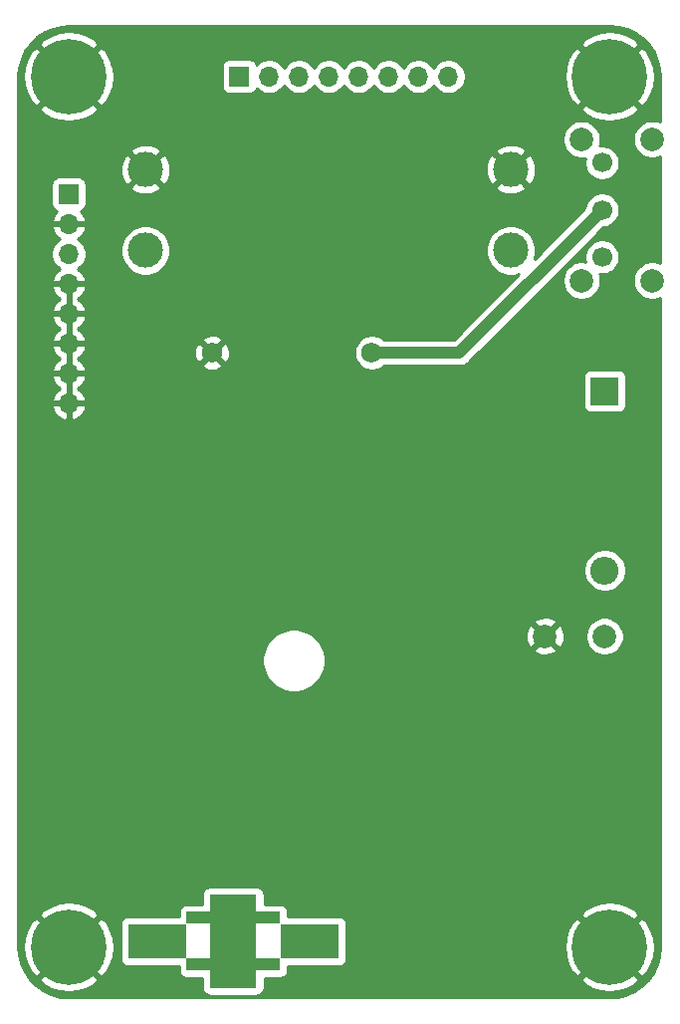
<source format=gbl>
G04 #@! TF.GenerationSoftware,KiCad,Pcbnew,5.1.9+dfsg1-1*
G04 #@! TF.CreationDate,2022-06-11T22:33:11-07:00*
G04 #@! TF.ProjectId,keygame-batpack,6b657967-616d-4652-9d62-61747061636b,rev?*
G04 #@! TF.SameCoordinates,Original*
G04 #@! TF.FileFunction,Copper,L2,Bot*
G04 #@! TF.FilePolarity,Positive*
%FSLAX46Y46*%
G04 Gerber Fmt 4.6, Leading zero omitted, Abs format (unit mm)*
G04 Created by KiCad (PCBNEW 5.1.9+dfsg1-1) date 2022-06-11 22:33:11*
%MOMM*%
%LPD*%
G01*
G04 APERTURE LIST*
G04 #@! TA.AperFunction,ComponentPad*
%ADD10C,0.800000*%
G04 #@! TD*
G04 #@! TA.AperFunction,ComponentPad*
%ADD11C,6.400000*%
G04 #@! TD*
G04 #@! TA.AperFunction,ComponentPad*
%ADD12R,1.700000X1.700000*%
G04 #@! TD*
G04 #@! TA.AperFunction,ComponentPad*
%ADD13O,1.700000X1.700000*%
G04 #@! TD*
G04 #@! TA.AperFunction,ComponentPad*
%ADD14C,1.755000*%
G04 #@! TD*
G04 #@! TA.AperFunction,ComponentPad*
%ADD15C,3.000000*%
G04 #@! TD*
G04 #@! TA.AperFunction,SMDPad,CuDef*
%ADD16R,4.000000X8.000000*%
G04 #@! TD*
G04 #@! TA.AperFunction,SMDPad,CuDef*
%ADD17R,8.000000X1.000000*%
G04 #@! TD*
G04 #@! TA.AperFunction,SMDPad,CuDef*
%ADD18R,5.000000X3.000000*%
G04 #@! TD*
G04 #@! TA.AperFunction,ComponentPad*
%ADD19C,2.000000*%
G04 #@! TD*
G04 #@! TA.AperFunction,ComponentPad*
%ADD20C,1.700000*%
G04 #@! TD*
G04 #@! TA.AperFunction,ComponentPad*
%ADD21R,2.400000X2.400000*%
G04 #@! TD*
G04 #@! TA.AperFunction,ComponentPad*
%ADD22O,2.400000X2.400000*%
G04 #@! TD*
G04 #@! TA.AperFunction,ViaPad*
%ADD23C,0.800000*%
G04 #@! TD*
G04 #@! TA.AperFunction,Conductor*
%ADD24C,1.000000*%
G04 #@! TD*
G04 #@! TA.AperFunction,Conductor*
%ADD25C,0.254000*%
G04 #@! TD*
G04 #@! TA.AperFunction,Conductor*
%ADD26C,0.350000*%
G04 #@! TD*
G04 APERTURE END LIST*
D10*
G04 #@! TO.P,H1,1*
G04 #@! TO.N,GND*
X126137056Y-57962944D03*
X124440000Y-57260000D03*
X122742944Y-57962944D03*
X122040000Y-59660000D03*
X122742944Y-61357056D03*
X124440000Y-62060000D03*
X126137056Y-61357056D03*
X126840000Y-59660000D03*
D11*
X124440000Y-59660000D03*
G04 #@! TD*
G04 #@! TO.P,H2,1*
G04 #@! TO.N,GND*
X170440000Y-59660000D03*
D10*
X172840000Y-59660000D03*
X172137056Y-61357056D03*
X170440000Y-62060000D03*
X168742944Y-61357056D03*
X168040000Y-59660000D03*
X168742944Y-57962944D03*
X170440000Y-57260000D03*
X172137056Y-57962944D03*
G04 #@! TD*
G04 #@! TO.P,H3,1*
G04 #@! TO.N,GND*
X126137056Y-131962944D03*
X124440000Y-131260000D03*
X122742944Y-131962944D03*
X122040000Y-133660000D03*
X122742944Y-135357056D03*
X124440000Y-136060000D03*
X126137056Y-135357056D03*
X126840000Y-133660000D03*
D11*
X124440000Y-133660000D03*
G04 #@! TD*
G04 #@! TO.P,H4,1*
G04 #@! TO.N,GND*
X170440000Y-133660000D03*
D10*
X172840000Y-133660000D03*
X172137056Y-135357056D03*
X170440000Y-136060000D03*
X168742944Y-135357056D03*
X168040000Y-133660000D03*
X168742944Y-131962944D03*
X170440000Y-131260000D03*
X172137056Y-131962944D03*
G04 #@! TD*
D12*
G04 #@! TO.P,J1,1*
G04 #@! TO.N,/SCK*
X138940000Y-59660000D03*
D13*
G04 #@! TO.P,J1,2*
G04 #@! TO.N,/MOSI*
X141480000Y-59660000D03*
G04 #@! TO.P,J1,3*
G04 #@! TO.N,/SCREEN_RST*
X144020000Y-59660000D03*
G04 #@! TO.P,J1,4*
G04 #@! TO.N,/SCREEN_DC*
X146560000Y-59660000D03*
G04 #@! TO.P,J1,5*
G04 #@! TO.N,/SCREEN_CS*
X149100000Y-59660000D03*
G04 #@! TO.P,J1,6*
G04 #@! TO.N,/BUTTON_MISO*
X151640000Y-59660000D03*
G04 #@! TO.P,J1,7*
G04 #@! TO.N,/BUTTON_CLK*
X154180000Y-59660000D03*
G04 #@! TO.P,J1,8*
G04 #@! TO.N,/BUTTON_LATCH*
X156720000Y-59660000D03*
G04 #@! TD*
D12*
G04 #@! TO.P,J2,1*
G04 #@! TO.N,+3V3*
X124440000Y-69660000D03*
D13*
G04 #@! TO.P,J2,2*
G04 #@! TO.N,GND*
X124440000Y-72200000D03*
G04 #@! TO.P,J2,3*
G04 #@! TO.N,+5V*
X124440000Y-74740000D03*
G04 #@! TO.P,J2,4*
G04 #@! TO.N,GND*
X124440000Y-77280000D03*
G04 #@! TO.P,J2,5*
X124440000Y-79820000D03*
G04 #@! TO.P,J2,6*
X124440000Y-82360000D03*
G04 #@! TO.P,J2,7*
X124440000Y-84900000D03*
G04 #@! TO.P,J2,8*
X124440000Y-87440000D03*
G04 #@! TD*
D14*
G04 #@! TO.P,BT1,1*
G04 #@! TO.N,Net-(BT1-Pad1)*
X150210000Y-83140000D03*
G04 #@! TO.P,BT1,2*
G04 #@! TO.N,GND*
X136620000Y-83140000D03*
G04 #@! TD*
D15*
G04 #@! TO.P,J3,1*
G04 #@! TO.N,GND*
X162030000Y-67560000D03*
G04 #@! TO.P,J3,2*
G04 #@! TO.N,Net-(J3-Pad2)*
X162030000Y-74440000D03*
G04 #@! TO.P,J3,3*
G04 #@! TO.N,Net-(D1-Pad1)*
X130970000Y-74440000D03*
G04 #@! TO.P,J3,4*
G04 #@! TO.N,GND*
X130970000Y-67560000D03*
G04 #@! TD*
D16*
G04 #@! TO.P,REF\u002A\u002A,*
G04 #@! TO.N,*
X138440000Y-133160000D03*
D17*
X138440000Y-135160000D03*
X138440000Y-131160000D03*
D18*
X131940000Y-133160000D03*
X144940000Y-133160000D03*
G04 #@! TD*
D19*
G04 #@! TO.P,F1,1*
G04 #@! TO.N,Net-(D1-Pad2)*
X170020000Y-107240000D03*
G04 #@! TO.P,F1,2*
G04 #@! TO.N,GND*
X164940000Y-107230000D03*
G04 #@! TD*
G04 #@! TO.P,SW1,*
G04 #@! TO.N,*
X168050000Y-77000000D03*
X168050000Y-65000000D03*
X174050000Y-65000000D03*
X174050000Y-77000000D03*
D20*
G04 #@! TO.P,SW1,1*
G04 #@! TO.N,Net-(SW1-Pad1)*
X169800000Y-75000000D03*
G04 #@! TO.P,SW1,2*
G04 #@! TO.N,Net-(BT1-Pad1)*
X169800000Y-71000000D03*
G04 #@! TO.P,SW1,3*
G04 #@! TO.N,Net-(D1-Pad1)*
X169800000Y-67000000D03*
G04 #@! TD*
D21*
G04 #@! TO.P,D1,1*
G04 #@! TO.N,Net-(D1-Pad1)*
X170020000Y-86400000D03*
D22*
G04 #@! TO.P,D1,2*
G04 #@! TO.N,Net-(D1-Pad2)*
X170020000Y-101640000D03*
G04 #@! TD*
D23*
G04 #@! TO.N,GND*
X154700000Y-95410000D03*
G04 #@! TD*
D24*
G04 #@! TO.N,Net-(BT1-Pad1)*
X157660000Y-83140000D02*
X150210000Y-83140000D01*
X169800000Y-71000000D02*
X157660000Y-83140000D01*
G04 #@! TD*
D25*
G04 #@! TO.N,GND*
X171199192Y-55440578D02*
X171934389Y-55641705D01*
X172622351Y-55969846D01*
X173241331Y-56414628D01*
X173771761Y-56961988D01*
X174196884Y-57594639D01*
X174503251Y-58292561D01*
X174682499Y-59039183D01*
X174730001Y-59686044D01*
X174730001Y-63511954D01*
X174526912Y-63427832D01*
X174211033Y-63365000D01*
X173888967Y-63365000D01*
X173573088Y-63427832D01*
X173275537Y-63551082D01*
X173007748Y-63730013D01*
X172780013Y-63957748D01*
X172601082Y-64225537D01*
X172477832Y-64523088D01*
X172415000Y-64838967D01*
X172415000Y-65161033D01*
X172477832Y-65476912D01*
X172601082Y-65774463D01*
X172780013Y-66042252D01*
X173007748Y-66269987D01*
X173275537Y-66448918D01*
X173573088Y-66572168D01*
X173888967Y-66635000D01*
X174211033Y-66635000D01*
X174526912Y-66572168D01*
X174730001Y-66488046D01*
X174730001Y-75511954D01*
X174526912Y-75427832D01*
X174211033Y-75365000D01*
X173888967Y-75365000D01*
X173573088Y-75427832D01*
X173275537Y-75551082D01*
X173007748Y-75730013D01*
X172780013Y-75957748D01*
X172601082Y-76225537D01*
X172477832Y-76523088D01*
X172415000Y-76838967D01*
X172415000Y-77161033D01*
X172477832Y-77476912D01*
X172601082Y-77774463D01*
X172780013Y-78042252D01*
X173007748Y-78269987D01*
X173275537Y-78448918D01*
X173573088Y-78572168D01*
X173888967Y-78635000D01*
X174211033Y-78635000D01*
X174526912Y-78572168D01*
X174730001Y-78488046D01*
X174730000Y-133628382D01*
X174659422Y-134419193D01*
X174458295Y-135154389D01*
X174130152Y-135842355D01*
X173685374Y-136461328D01*
X173138012Y-136991761D01*
X172505362Y-137416883D01*
X171807439Y-137723251D01*
X171060819Y-137902499D01*
X170413970Y-137950000D01*
X124471618Y-137950000D01*
X123680807Y-137879422D01*
X122945611Y-137678295D01*
X122257645Y-137350152D01*
X121638672Y-136905374D01*
X121111020Y-136360881D01*
X121918724Y-136360881D01*
X122278912Y-136850548D01*
X122942882Y-137210849D01*
X123664385Y-137434694D01*
X124415695Y-137513480D01*
X125167938Y-137444178D01*
X125892208Y-137229452D01*
X126560670Y-136877555D01*
X126601088Y-136850548D01*
X126961276Y-136360881D01*
X124440000Y-133839605D01*
X121918724Y-136360881D01*
X121111020Y-136360881D01*
X121108239Y-136358012D01*
X120683117Y-135725362D01*
X120376749Y-135027439D01*
X120197501Y-134280819D01*
X120150127Y-133635695D01*
X120586520Y-133635695D01*
X120655822Y-134387938D01*
X120870548Y-135112208D01*
X121222445Y-135780670D01*
X121249452Y-135821088D01*
X121739119Y-136181276D01*
X124260395Y-133660000D01*
X124619605Y-133660000D01*
X127140881Y-136181276D01*
X127630548Y-135821088D01*
X127990849Y-135157118D01*
X128214694Y-134435615D01*
X128293480Y-133684305D01*
X128224178Y-132932062D01*
X128009452Y-132207792D01*
X127721080Y-131660000D01*
X128801928Y-131660000D01*
X128801928Y-134660000D01*
X128814188Y-134784482D01*
X128850498Y-134904180D01*
X128909463Y-135014494D01*
X128988815Y-135111185D01*
X129085506Y-135190537D01*
X129195820Y-135249502D01*
X129315518Y-135285812D01*
X129440000Y-135298072D01*
X133801928Y-135298072D01*
X133801928Y-135660000D01*
X133814188Y-135784482D01*
X133850498Y-135904180D01*
X133909463Y-136014494D01*
X133988815Y-136111185D01*
X134085506Y-136190537D01*
X134195820Y-136249502D01*
X134315518Y-136285812D01*
X134440000Y-136298072D01*
X135801928Y-136298072D01*
X135801928Y-137160000D01*
X135814188Y-137284482D01*
X135850498Y-137404180D01*
X135909463Y-137514494D01*
X135988815Y-137611185D01*
X136085506Y-137690537D01*
X136195820Y-137749502D01*
X136315518Y-137785812D01*
X136440000Y-137798072D01*
X140440000Y-137798072D01*
X140564482Y-137785812D01*
X140684180Y-137749502D01*
X140794494Y-137690537D01*
X140891185Y-137611185D01*
X140970537Y-137514494D01*
X141029502Y-137404180D01*
X141065812Y-137284482D01*
X141078072Y-137160000D01*
X141078072Y-136360881D01*
X167918724Y-136360881D01*
X168278912Y-136850548D01*
X168942882Y-137210849D01*
X169664385Y-137434694D01*
X170415695Y-137513480D01*
X171167938Y-137444178D01*
X171892208Y-137229452D01*
X172560670Y-136877555D01*
X172601088Y-136850548D01*
X172961276Y-136360881D01*
X170440000Y-133839605D01*
X167918724Y-136360881D01*
X141078072Y-136360881D01*
X141078072Y-136298072D01*
X142440000Y-136298072D01*
X142564482Y-136285812D01*
X142684180Y-136249502D01*
X142794494Y-136190537D01*
X142891185Y-136111185D01*
X142970537Y-136014494D01*
X143029502Y-135904180D01*
X143065812Y-135784482D01*
X143078072Y-135660000D01*
X143078072Y-135298072D01*
X147440000Y-135298072D01*
X147564482Y-135285812D01*
X147684180Y-135249502D01*
X147794494Y-135190537D01*
X147891185Y-135111185D01*
X147970537Y-135014494D01*
X148029502Y-134904180D01*
X148065812Y-134784482D01*
X148078072Y-134660000D01*
X148078072Y-133635695D01*
X166586520Y-133635695D01*
X166655822Y-134387938D01*
X166870548Y-135112208D01*
X167222445Y-135780670D01*
X167249452Y-135821088D01*
X167739119Y-136181276D01*
X170260395Y-133660000D01*
X170619605Y-133660000D01*
X173140881Y-136181276D01*
X173630548Y-135821088D01*
X173990849Y-135157118D01*
X174214694Y-134435615D01*
X174293480Y-133684305D01*
X174224178Y-132932062D01*
X174009452Y-132207792D01*
X173657555Y-131539330D01*
X173630548Y-131498912D01*
X173140881Y-131138724D01*
X170619605Y-133660000D01*
X170260395Y-133660000D01*
X167739119Y-131138724D01*
X167249452Y-131498912D01*
X166889151Y-132162882D01*
X166665306Y-132884385D01*
X166586520Y-133635695D01*
X148078072Y-133635695D01*
X148078072Y-131660000D01*
X148065812Y-131535518D01*
X148029502Y-131415820D01*
X147970537Y-131305506D01*
X147891185Y-131208815D01*
X147794494Y-131129463D01*
X147684180Y-131070498D01*
X147564482Y-131034188D01*
X147440000Y-131021928D01*
X143078072Y-131021928D01*
X143078072Y-130959119D01*
X167918724Y-130959119D01*
X170440000Y-133480395D01*
X172961276Y-130959119D01*
X172601088Y-130469452D01*
X171937118Y-130109151D01*
X171215615Y-129885306D01*
X170464305Y-129806520D01*
X169712062Y-129875822D01*
X168987792Y-130090548D01*
X168319330Y-130442445D01*
X168278912Y-130469452D01*
X167918724Y-130959119D01*
X143078072Y-130959119D01*
X143078072Y-130660000D01*
X143065812Y-130535518D01*
X143029502Y-130415820D01*
X142970537Y-130305506D01*
X142891185Y-130208815D01*
X142794494Y-130129463D01*
X142684180Y-130070498D01*
X142564482Y-130034188D01*
X142440000Y-130021928D01*
X141078072Y-130021928D01*
X141078072Y-129160000D01*
X141065812Y-129035518D01*
X141029502Y-128915820D01*
X140970537Y-128805506D01*
X140891185Y-128708815D01*
X140794494Y-128629463D01*
X140684180Y-128570498D01*
X140564482Y-128534188D01*
X140440000Y-128521928D01*
X136440000Y-128521928D01*
X136315518Y-128534188D01*
X136195820Y-128570498D01*
X136085506Y-128629463D01*
X135988815Y-128708815D01*
X135909463Y-128805506D01*
X135850498Y-128915820D01*
X135814188Y-129035518D01*
X135801928Y-129160000D01*
X135801928Y-130021928D01*
X134440000Y-130021928D01*
X134315518Y-130034188D01*
X134195820Y-130070498D01*
X134085506Y-130129463D01*
X133988815Y-130208815D01*
X133909463Y-130305506D01*
X133850498Y-130415820D01*
X133814188Y-130535518D01*
X133801928Y-130660000D01*
X133801928Y-131021928D01*
X129440000Y-131021928D01*
X129315518Y-131034188D01*
X129195820Y-131070498D01*
X129085506Y-131129463D01*
X128988815Y-131208815D01*
X128909463Y-131305506D01*
X128850498Y-131415820D01*
X128814188Y-131535518D01*
X128801928Y-131660000D01*
X127721080Y-131660000D01*
X127657555Y-131539330D01*
X127630548Y-131498912D01*
X127140881Y-131138724D01*
X124619605Y-133660000D01*
X124260395Y-133660000D01*
X121739119Y-131138724D01*
X121249452Y-131498912D01*
X120889151Y-132162882D01*
X120665306Y-132884385D01*
X120586520Y-133635695D01*
X120150127Y-133635695D01*
X120150000Y-133633970D01*
X120150000Y-130959119D01*
X121918724Y-130959119D01*
X124440000Y-133480395D01*
X126961276Y-130959119D01*
X126601088Y-130469452D01*
X125937118Y-130109151D01*
X125215615Y-129885306D01*
X124464305Y-129806520D01*
X123712062Y-129875822D01*
X122987792Y-130090548D01*
X122319330Y-130442445D01*
X122278912Y-130469452D01*
X121918724Y-130959119D01*
X120150000Y-130959119D01*
X120150000Y-109044592D01*
X140895263Y-109044592D01*
X140895263Y-109575408D01*
X140998820Y-110096026D01*
X141201955Y-110586437D01*
X141496861Y-111027795D01*
X141872205Y-111403139D01*
X142313563Y-111698045D01*
X142803974Y-111901180D01*
X143324592Y-112004737D01*
X143855408Y-112004737D01*
X144376026Y-111901180D01*
X144866437Y-111698045D01*
X145307795Y-111403139D01*
X145683139Y-111027795D01*
X145978045Y-110586437D01*
X146181180Y-110096026D01*
X146284737Y-109575408D01*
X146284737Y-109044592D01*
X146181180Y-108523974D01*
X146115502Y-108365413D01*
X163984192Y-108365413D01*
X164079956Y-108629814D01*
X164369571Y-108770704D01*
X164681108Y-108852384D01*
X165002595Y-108871718D01*
X165321675Y-108827961D01*
X165626088Y-108722795D01*
X165800044Y-108629814D01*
X165895808Y-108365413D01*
X164940000Y-107409605D01*
X163984192Y-108365413D01*
X146115502Y-108365413D01*
X145978045Y-108033563D01*
X145683139Y-107592205D01*
X145383529Y-107292595D01*
X163298282Y-107292595D01*
X163342039Y-107611675D01*
X163447205Y-107916088D01*
X163540186Y-108090044D01*
X163804587Y-108185808D01*
X164760395Y-107230000D01*
X165119605Y-107230000D01*
X166075413Y-108185808D01*
X166339814Y-108090044D01*
X166480704Y-107800429D01*
X166562384Y-107488892D01*
X166581718Y-107167405D01*
X166569591Y-107078967D01*
X168385000Y-107078967D01*
X168385000Y-107401033D01*
X168447832Y-107716912D01*
X168571082Y-108014463D01*
X168750013Y-108282252D01*
X168977748Y-108509987D01*
X169245537Y-108688918D01*
X169543088Y-108812168D01*
X169858967Y-108875000D01*
X170181033Y-108875000D01*
X170496912Y-108812168D01*
X170794463Y-108688918D01*
X171062252Y-108509987D01*
X171289987Y-108282252D01*
X171468918Y-108014463D01*
X171592168Y-107716912D01*
X171655000Y-107401033D01*
X171655000Y-107078967D01*
X171592168Y-106763088D01*
X171468918Y-106465537D01*
X171289987Y-106197748D01*
X171062252Y-105970013D01*
X170794463Y-105791082D01*
X170496912Y-105667832D01*
X170181033Y-105605000D01*
X169858967Y-105605000D01*
X169543088Y-105667832D01*
X169245537Y-105791082D01*
X168977748Y-105970013D01*
X168750013Y-106197748D01*
X168571082Y-106465537D01*
X168447832Y-106763088D01*
X168385000Y-107078967D01*
X166569591Y-107078967D01*
X166537961Y-106848325D01*
X166432795Y-106543912D01*
X166339814Y-106369956D01*
X166075413Y-106274192D01*
X165119605Y-107230000D01*
X164760395Y-107230000D01*
X163804587Y-106274192D01*
X163540186Y-106369956D01*
X163399296Y-106659571D01*
X163317616Y-106971108D01*
X163298282Y-107292595D01*
X145383529Y-107292595D01*
X145307795Y-107216861D01*
X144866437Y-106921955D01*
X144376026Y-106718820D01*
X143855408Y-106615263D01*
X143324592Y-106615263D01*
X142803974Y-106718820D01*
X142313563Y-106921955D01*
X141872205Y-107216861D01*
X141496861Y-107592205D01*
X141201955Y-108033563D01*
X140998820Y-108523974D01*
X140895263Y-109044592D01*
X120150000Y-109044592D01*
X120150000Y-106094587D01*
X163984192Y-106094587D01*
X164940000Y-107050395D01*
X165895808Y-106094587D01*
X165800044Y-105830186D01*
X165510429Y-105689296D01*
X165198892Y-105607616D01*
X164877405Y-105588282D01*
X164558325Y-105632039D01*
X164253912Y-105737205D01*
X164079956Y-105830186D01*
X163984192Y-106094587D01*
X120150000Y-106094587D01*
X120150000Y-101459268D01*
X168185000Y-101459268D01*
X168185000Y-101820732D01*
X168255518Y-102175250D01*
X168393844Y-102509199D01*
X168594662Y-102809744D01*
X168850256Y-103065338D01*
X169150801Y-103266156D01*
X169484750Y-103404482D01*
X169839268Y-103475000D01*
X170200732Y-103475000D01*
X170555250Y-103404482D01*
X170889199Y-103266156D01*
X171189744Y-103065338D01*
X171445338Y-102809744D01*
X171646156Y-102509199D01*
X171784482Y-102175250D01*
X171855000Y-101820732D01*
X171855000Y-101459268D01*
X171784482Y-101104750D01*
X171646156Y-100770801D01*
X171445338Y-100470256D01*
X171189744Y-100214662D01*
X170889199Y-100013844D01*
X170555250Y-99875518D01*
X170200732Y-99805000D01*
X169839268Y-99805000D01*
X169484750Y-99875518D01*
X169150801Y-100013844D01*
X168850256Y-100214662D01*
X168594662Y-100470256D01*
X168393844Y-100770801D01*
X168255518Y-101104750D01*
X168185000Y-101459268D01*
X120150000Y-101459268D01*
X120150000Y-87796890D01*
X122998524Y-87796890D01*
X123043175Y-87944099D01*
X123168359Y-88206920D01*
X123342412Y-88440269D01*
X123558645Y-88635178D01*
X123808748Y-88784157D01*
X124083109Y-88881481D01*
X124313000Y-88760814D01*
X124313000Y-87567000D01*
X124567000Y-87567000D01*
X124567000Y-88760814D01*
X124796891Y-88881481D01*
X125071252Y-88784157D01*
X125321355Y-88635178D01*
X125537588Y-88440269D01*
X125711641Y-88206920D01*
X125836825Y-87944099D01*
X125881476Y-87796890D01*
X125760155Y-87567000D01*
X124567000Y-87567000D01*
X124313000Y-87567000D01*
X123119845Y-87567000D01*
X122998524Y-87796890D01*
X120150000Y-87796890D01*
X120150000Y-85256890D01*
X122998524Y-85256890D01*
X123043175Y-85404099D01*
X123168359Y-85666920D01*
X123342412Y-85900269D01*
X123558645Y-86095178D01*
X123684255Y-86170000D01*
X123558645Y-86244822D01*
X123342412Y-86439731D01*
X123168359Y-86673080D01*
X123043175Y-86935901D01*
X122998524Y-87083110D01*
X123119845Y-87313000D01*
X124313000Y-87313000D01*
X124313000Y-85027000D01*
X124567000Y-85027000D01*
X124567000Y-87313000D01*
X125760155Y-87313000D01*
X125881476Y-87083110D01*
X125836825Y-86935901D01*
X125711641Y-86673080D01*
X125537588Y-86439731D01*
X125321355Y-86244822D01*
X125195745Y-86170000D01*
X125321355Y-86095178D01*
X125537588Y-85900269D01*
X125711641Y-85666920D01*
X125836825Y-85404099D01*
X125881476Y-85256890D01*
X125851454Y-85200000D01*
X168181928Y-85200000D01*
X168181928Y-87600000D01*
X168194188Y-87724482D01*
X168230498Y-87844180D01*
X168289463Y-87954494D01*
X168368815Y-88051185D01*
X168465506Y-88130537D01*
X168575820Y-88189502D01*
X168695518Y-88225812D01*
X168820000Y-88238072D01*
X171220000Y-88238072D01*
X171344482Y-88225812D01*
X171464180Y-88189502D01*
X171574494Y-88130537D01*
X171671185Y-88051185D01*
X171750537Y-87954494D01*
X171809502Y-87844180D01*
X171845812Y-87724482D01*
X171858072Y-87600000D01*
X171858072Y-85200000D01*
X171845812Y-85075518D01*
X171809502Y-84955820D01*
X171750537Y-84845506D01*
X171671185Y-84748815D01*
X171574494Y-84669463D01*
X171464180Y-84610498D01*
X171344482Y-84574188D01*
X171220000Y-84561928D01*
X168820000Y-84561928D01*
X168695518Y-84574188D01*
X168575820Y-84610498D01*
X168465506Y-84669463D01*
X168368815Y-84748815D01*
X168289463Y-84845506D01*
X168230498Y-84955820D01*
X168194188Y-85075518D01*
X168181928Y-85200000D01*
X125851454Y-85200000D01*
X125760155Y-85027000D01*
X124567000Y-85027000D01*
X124313000Y-85027000D01*
X123119845Y-85027000D01*
X122998524Y-85256890D01*
X120150000Y-85256890D01*
X120150000Y-82716890D01*
X122998524Y-82716890D01*
X123043175Y-82864099D01*
X123168359Y-83126920D01*
X123342412Y-83360269D01*
X123558645Y-83555178D01*
X123684255Y-83630000D01*
X123558645Y-83704822D01*
X123342412Y-83899731D01*
X123168359Y-84133080D01*
X123043175Y-84395901D01*
X122998524Y-84543110D01*
X123119845Y-84773000D01*
X124313000Y-84773000D01*
X124313000Y-82487000D01*
X124567000Y-82487000D01*
X124567000Y-84773000D01*
X125760155Y-84773000D01*
X125881476Y-84543110D01*
X125836825Y-84395901D01*
X125737812Y-84188024D01*
X135751581Y-84188024D01*
X135832543Y-84439907D01*
X136101274Y-84568555D01*
X136389938Y-84642304D01*
X136687444Y-84658321D01*
X136982358Y-84615989D01*
X137263346Y-84516936D01*
X137407457Y-84439907D01*
X137488419Y-84188024D01*
X136620000Y-83319605D01*
X135751581Y-84188024D01*
X125737812Y-84188024D01*
X125711641Y-84133080D01*
X125537588Y-83899731D01*
X125321355Y-83704822D01*
X125195745Y-83630000D01*
X125321355Y-83555178D01*
X125537588Y-83360269D01*
X125651578Y-83207444D01*
X135101679Y-83207444D01*
X135144011Y-83502358D01*
X135243064Y-83783346D01*
X135320093Y-83927457D01*
X135571976Y-84008419D01*
X136440395Y-83140000D01*
X136799605Y-83140000D01*
X137668024Y-84008419D01*
X137919907Y-83927457D01*
X138048555Y-83658726D01*
X138122304Y-83370062D01*
X138138321Y-83072556D01*
X138126620Y-82991032D01*
X148697500Y-82991032D01*
X148697500Y-83288968D01*
X148755625Y-83581180D01*
X148869640Y-83856437D01*
X149035165Y-84104162D01*
X149245838Y-84314835D01*
X149493563Y-84480360D01*
X149768820Y-84594375D01*
X150061032Y-84652500D01*
X150358968Y-84652500D01*
X150651180Y-84594375D01*
X150926437Y-84480360D01*
X151174162Y-84314835D01*
X151213997Y-84275000D01*
X157604249Y-84275000D01*
X157660000Y-84280491D01*
X157715751Y-84275000D01*
X157715752Y-84275000D01*
X157882499Y-84258577D01*
X158096447Y-84193676D01*
X158293623Y-84088284D01*
X158466449Y-83946449D01*
X158501996Y-83903135D01*
X165566165Y-76838967D01*
X166415000Y-76838967D01*
X166415000Y-77161033D01*
X166477832Y-77476912D01*
X166601082Y-77774463D01*
X166780013Y-78042252D01*
X167007748Y-78269987D01*
X167275537Y-78448918D01*
X167573088Y-78572168D01*
X167888967Y-78635000D01*
X168211033Y-78635000D01*
X168526912Y-78572168D01*
X168824463Y-78448918D01*
X169092252Y-78269987D01*
X169319987Y-78042252D01*
X169498918Y-77774463D01*
X169622168Y-77476912D01*
X169685000Y-77161033D01*
X169685000Y-76838967D01*
X169622168Y-76523088D01*
X169602140Y-76474736D01*
X169653740Y-76485000D01*
X169946260Y-76485000D01*
X170233158Y-76427932D01*
X170503411Y-76315990D01*
X170746632Y-76153475D01*
X170953475Y-75946632D01*
X171115990Y-75703411D01*
X171227932Y-75433158D01*
X171285000Y-75146260D01*
X171285000Y-74853740D01*
X171227932Y-74566842D01*
X171115990Y-74296589D01*
X170953475Y-74053368D01*
X170746632Y-73846525D01*
X170503411Y-73684010D01*
X170233158Y-73572068D01*
X169946260Y-73515000D01*
X169653740Y-73515000D01*
X169366842Y-73572068D01*
X169096589Y-73684010D01*
X168853368Y-73846525D01*
X168646525Y-74053368D01*
X168484010Y-74296589D01*
X168372068Y-74566842D01*
X168315000Y-74853740D01*
X168315000Y-75146260D01*
X168364586Y-75395543D01*
X168211033Y-75365000D01*
X167888967Y-75365000D01*
X167573088Y-75427832D01*
X167275537Y-75551082D01*
X167007748Y-75730013D01*
X166780013Y-75957748D01*
X166601082Y-76225537D01*
X166477832Y-76523088D01*
X166415000Y-76838967D01*
X165566165Y-76838967D01*
X169920133Y-72485000D01*
X169946260Y-72485000D01*
X170233158Y-72427932D01*
X170503411Y-72315990D01*
X170746632Y-72153475D01*
X170953475Y-71946632D01*
X171115990Y-71703411D01*
X171227932Y-71433158D01*
X171285000Y-71146260D01*
X171285000Y-70853740D01*
X171227932Y-70566842D01*
X171115990Y-70296589D01*
X170953475Y-70053368D01*
X170746632Y-69846525D01*
X170503411Y-69684010D01*
X170233158Y-69572068D01*
X169946260Y-69515000D01*
X169653740Y-69515000D01*
X169366842Y-69572068D01*
X169096589Y-69684010D01*
X168853368Y-69846525D01*
X168646525Y-70053368D01*
X168484010Y-70296589D01*
X168372068Y-70566842D01*
X168315000Y-70853740D01*
X168315000Y-70879867D01*
X164048192Y-75146675D01*
X164082953Y-75062756D01*
X164165000Y-74650279D01*
X164165000Y-74229721D01*
X164082953Y-73817244D01*
X163922012Y-73428698D01*
X163688363Y-73079017D01*
X163390983Y-72781637D01*
X163041302Y-72547988D01*
X162652756Y-72387047D01*
X162240279Y-72305000D01*
X161819721Y-72305000D01*
X161407244Y-72387047D01*
X161018698Y-72547988D01*
X160669017Y-72781637D01*
X160371637Y-73079017D01*
X160137988Y-73428698D01*
X159977047Y-73817244D01*
X159895000Y-74229721D01*
X159895000Y-74650279D01*
X159977047Y-75062756D01*
X160137988Y-75451302D01*
X160371637Y-75800983D01*
X160669017Y-76098363D01*
X161018698Y-76332012D01*
X161407244Y-76492953D01*
X161819721Y-76575000D01*
X162240279Y-76575000D01*
X162652756Y-76492953D01*
X162736676Y-76458192D01*
X157189869Y-82005000D01*
X151213997Y-82005000D01*
X151174162Y-81965165D01*
X150926437Y-81799640D01*
X150651180Y-81685625D01*
X150358968Y-81627500D01*
X150061032Y-81627500D01*
X149768820Y-81685625D01*
X149493563Y-81799640D01*
X149245838Y-81965165D01*
X149035165Y-82175838D01*
X148869640Y-82423563D01*
X148755625Y-82698820D01*
X148697500Y-82991032D01*
X138126620Y-82991032D01*
X138095989Y-82777642D01*
X137996936Y-82496654D01*
X137919907Y-82352543D01*
X137668024Y-82271581D01*
X136799605Y-83140000D01*
X136440395Y-83140000D01*
X135571976Y-82271581D01*
X135320093Y-82352543D01*
X135191445Y-82621274D01*
X135117696Y-82909938D01*
X135101679Y-83207444D01*
X125651578Y-83207444D01*
X125711641Y-83126920D01*
X125836825Y-82864099D01*
X125881476Y-82716890D01*
X125760155Y-82487000D01*
X124567000Y-82487000D01*
X124313000Y-82487000D01*
X123119845Y-82487000D01*
X122998524Y-82716890D01*
X120150000Y-82716890D01*
X120150000Y-80176890D01*
X122998524Y-80176890D01*
X123043175Y-80324099D01*
X123168359Y-80586920D01*
X123342412Y-80820269D01*
X123558645Y-81015178D01*
X123684255Y-81090000D01*
X123558645Y-81164822D01*
X123342412Y-81359731D01*
X123168359Y-81593080D01*
X123043175Y-81855901D01*
X122998524Y-82003110D01*
X123119845Y-82233000D01*
X124313000Y-82233000D01*
X124313000Y-79947000D01*
X124567000Y-79947000D01*
X124567000Y-82233000D01*
X125760155Y-82233000D01*
X125834578Y-82091976D01*
X135751581Y-82091976D01*
X136620000Y-82960395D01*
X137488419Y-82091976D01*
X137407457Y-81840093D01*
X137138726Y-81711445D01*
X136850062Y-81637696D01*
X136552556Y-81621679D01*
X136257642Y-81664011D01*
X135976654Y-81763064D01*
X135832543Y-81840093D01*
X135751581Y-82091976D01*
X125834578Y-82091976D01*
X125881476Y-82003110D01*
X125836825Y-81855901D01*
X125711641Y-81593080D01*
X125537588Y-81359731D01*
X125321355Y-81164822D01*
X125195745Y-81090000D01*
X125321355Y-81015178D01*
X125537588Y-80820269D01*
X125711641Y-80586920D01*
X125836825Y-80324099D01*
X125881476Y-80176890D01*
X125760155Y-79947000D01*
X124567000Y-79947000D01*
X124313000Y-79947000D01*
X123119845Y-79947000D01*
X122998524Y-80176890D01*
X120150000Y-80176890D01*
X120150000Y-77636890D01*
X122998524Y-77636890D01*
X123043175Y-77784099D01*
X123168359Y-78046920D01*
X123342412Y-78280269D01*
X123558645Y-78475178D01*
X123684255Y-78550000D01*
X123558645Y-78624822D01*
X123342412Y-78819731D01*
X123168359Y-79053080D01*
X123043175Y-79315901D01*
X122998524Y-79463110D01*
X123119845Y-79693000D01*
X124313000Y-79693000D01*
X124313000Y-77407000D01*
X124567000Y-77407000D01*
X124567000Y-79693000D01*
X125760155Y-79693000D01*
X125881476Y-79463110D01*
X125836825Y-79315901D01*
X125711641Y-79053080D01*
X125537588Y-78819731D01*
X125321355Y-78624822D01*
X125195745Y-78550000D01*
X125321355Y-78475178D01*
X125537588Y-78280269D01*
X125711641Y-78046920D01*
X125836825Y-77784099D01*
X125881476Y-77636890D01*
X125760155Y-77407000D01*
X124567000Y-77407000D01*
X124313000Y-77407000D01*
X123119845Y-77407000D01*
X122998524Y-77636890D01*
X120150000Y-77636890D01*
X120150000Y-74593740D01*
X122955000Y-74593740D01*
X122955000Y-74886260D01*
X123012068Y-75173158D01*
X123124010Y-75443411D01*
X123286525Y-75686632D01*
X123493368Y-75893475D01*
X123675534Y-76015195D01*
X123558645Y-76084822D01*
X123342412Y-76279731D01*
X123168359Y-76513080D01*
X123043175Y-76775901D01*
X122998524Y-76923110D01*
X123119845Y-77153000D01*
X124313000Y-77153000D01*
X124313000Y-77133000D01*
X124567000Y-77133000D01*
X124567000Y-77153000D01*
X125760155Y-77153000D01*
X125881476Y-76923110D01*
X125836825Y-76775901D01*
X125711641Y-76513080D01*
X125537588Y-76279731D01*
X125321355Y-76084822D01*
X125204466Y-76015195D01*
X125386632Y-75893475D01*
X125593475Y-75686632D01*
X125755990Y-75443411D01*
X125867932Y-75173158D01*
X125925000Y-74886260D01*
X125925000Y-74593740D01*
X125867932Y-74306842D01*
X125835988Y-74229721D01*
X128835000Y-74229721D01*
X128835000Y-74650279D01*
X128917047Y-75062756D01*
X129077988Y-75451302D01*
X129311637Y-75800983D01*
X129609017Y-76098363D01*
X129958698Y-76332012D01*
X130347244Y-76492953D01*
X130759721Y-76575000D01*
X131180279Y-76575000D01*
X131592756Y-76492953D01*
X131981302Y-76332012D01*
X132330983Y-76098363D01*
X132628363Y-75800983D01*
X132862012Y-75451302D01*
X133022953Y-75062756D01*
X133105000Y-74650279D01*
X133105000Y-74229721D01*
X133022953Y-73817244D01*
X132862012Y-73428698D01*
X132628363Y-73079017D01*
X132330983Y-72781637D01*
X131981302Y-72547988D01*
X131592756Y-72387047D01*
X131180279Y-72305000D01*
X130759721Y-72305000D01*
X130347244Y-72387047D01*
X129958698Y-72547988D01*
X129609017Y-72781637D01*
X129311637Y-73079017D01*
X129077988Y-73428698D01*
X128917047Y-73817244D01*
X128835000Y-74229721D01*
X125835988Y-74229721D01*
X125755990Y-74036589D01*
X125593475Y-73793368D01*
X125386632Y-73586525D01*
X125204466Y-73464805D01*
X125321355Y-73395178D01*
X125537588Y-73200269D01*
X125711641Y-72966920D01*
X125836825Y-72704099D01*
X125881476Y-72556890D01*
X125760155Y-72327000D01*
X124567000Y-72327000D01*
X124567000Y-72347000D01*
X124313000Y-72347000D01*
X124313000Y-72327000D01*
X123119845Y-72327000D01*
X122998524Y-72556890D01*
X123043175Y-72704099D01*
X123168359Y-72966920D01*
X123342412Y-73200269D01*
X123558645Y-73395178D01*
X123675534Y-73464805D01*
X123493368Y-73586525D01*
X123286525Y-73793368D01*
X123124010Y-74036589D01*
X123012068Y-74306842D01*
X122955000Y-74593740D01*
X120150000Y-74593740D01*
X120150000Y-68810000D01*
X122951928Y-68810000D01*
X122951928Y-70510000D01*
X122964188Y-70634482D01*
X123000498Y-70754180D01*
X123059463Y-70864494D01*
X123138815Y-70961185D01*
X123235506Y-71040537D01*
X123345820Y-71099502D01*
X123426466Y-71123966D01*
X123342412Y-71199731D01*
X123168359Y-71433080D01*
X123043175Y-71695901D01*
X122998524Y-71843110D01*
X123119845Y-72073000D01*
X124313000Y-72073000D01*
X124313000Y-72053000D01*
X124567000Y-72053000D01*
X124567000Y-72073000D01*
X125760155Y-72073000D01*
X125881476Y-71843110D01*
X125836825Y-71695901D01*
X125711641Y-71433080D01*
X125537588Y-71199731D01*
X125453534Y-71123966D01*
X125534180Y-71099502D01*
X125644494Y-71040537D01*
X125741185Y-70961185D01*
X125820537Y-70864494D01*
X125879502Y-70754180D01*
X125915812Y-70634482D01*
X125928072Y-70510000D01*
X125928072Y-69051653D01*
X129657952Y-69051653D01*
X129813962Y-69367214D01*
X130188745Y-69558020D01*
X130593551Y-69672044D01*
X131012824Y-69704902D01*
X131430451Y-69655334D01*
X131830383Y-69525243D01*
X132126038Y-69367214D01*
X132282048Y-69051653D01*
X160717952Y-69051653D01*
X160873962Y-69367214D01*
X161248745Y-69558020D01*
X161653551Y-69672044D01*
X162072824Y-69704902D01*
X162490451Y-69655334D01*
X162890383Y-69525243D01*
X163186038Y-69367214D01*
X163342048Y-69051653D01*
X162030000Y-67739605D01*
X160717952Y-69051653D01*
X132282048Y-69051653D01*
X130970000Y-67739605D01*
X129657952Y-69051653D01*
X125928072Y-69051653D01*
X125928072Y-68810000D01*
X125915812Y-68685518D01*
X125879502Y-68565820D01*
X125820537Y-68455506D01*
X125741185Y-68358815D01*
X125644494Y-68279463D01*
X125534180Y-68220498D01*
X125414482Y-68184188D01*
X125290000Y-68171928D01*
X123590000Y-68171928D01*
X123465518Y-68184188D01*
X123345820Y-68220498D01*
X123235506Y-68279463D01*
X123138815Y-68358815D01*
X123059463Y-68455506D01*
X123000498Y-68565820D01*
X122964188Y-68685518D01*
X122951928Y-68810000D01*
X120150000Y-68810000D01*
X120150000Y-67602824D01*
X128825098Y-67602824D01*
X128874666Y-68020451D01*
X129004757Y-68420383D01*
X129162786Y-68716038D01*
X129478347Y-68872048D01*
X130790395Y-67560000D01*
X131149605Y-67560000D01*
X132461653Y-68872048D01*
X132777214Y-68716038D01*
X132968020Y-68341255D01*
X133082044Y-67936449D01*
X133108189Y-67602824D01*
X159885098Y-67602824D01*
X159934666Y-68020451D01*
X160064757Y-68420383D01*
X160222786Y-68716038D01*
X160538347Y-68872048D01*
X161850395Y-67560000D01*
X162209605Y-67560000D01*
X163521653Y-68872048D01*
X163837214Y-68716038D01*
X164028020Y-68341255D01*
X164142044Y-67936449D01*
X164174902Y-67517176D01*
X164125334Y-67099549D01*
X163995243Y-66699617D01*
X163837214Y-66403962D01*
X163521653Y-66247952D01*
X162209605Y-67560000D01*
X161850395Y-67560000D01*
X160538347Y-66247952D01*
X160222786Y-66403962D01*
X160031980Y-66778745D01*
X159917956Y-67183551D01*
X159885098Y-67602824D01*
X133108189Y-67602824D01*
X133114902Y-67517176D01*
X133065334Y-67099549D01*
X132935243Y-66699617D01*
X132777214Y-66403962D01*
X132461653Y-66247952D01*
X131149605Y-67560000D01*
X130790395Y-67560000D01*
X129478347Y-66247952D01*
X129162786Y-66403962D01*
X128971980Y-66778745D01*
X128857956Y-67183551D01*
X128825098Y-67602824D01*
X120150000Y-67602824D01*
X120150000Y-66068347D01*
X129657952Y-66068347D01*
X130970000Y-67380395D01*
X132282048Y-66068347D01*
X160717952Y-66068347D01*
X162030000Y-67380395D01*
X163342048Y-66068347D01*
X163186038Y-65752786D01*
X162811255Y-65561980D01*
X162406449Y-65447956D01*
X161987176Y-65415098D01*
X161569549Y-65464666D01*
X161169617Y-65594757D01*
X160873962Y-65752786D01*
X160717952Y-66068347D01*
X132282048Y-66068347D01*
X132126038Y-65752786D01*
X131751255Y-65561980D01*
X131346449Y-65447956D01*
X130927176Y-65415098D01*
X130509549Y-65464666D01*
X130109617Y-65594757D01*
X129813962Y-65752786D01*
X129657952Y-66068347D01*
X120150000Y-66068347D01*
X120150000Y-64838967D01*
X166415000Y-64838967D01*
X166415000Y-65161033D01*
X166477832Y-65476912D01*
X166601082Y-65774463D01*
X166780013Y-66042252D01*
X167007748Y-66269987D01*
X167275537Y-66448918D01*
X167573088Y-66572168D01*
X167888967Y-66635000D01*
X168211033Y-66635000D01*
X168364586Y-66604457D01*
X168315000Y-66853740D01*
X168315000Y-67146260D01*
X168372068Y-67433158D01*
X168484010Y-67703411D01*
X168646525Y-67946632D01*
X168853368Y-68153475D01*
X169096589Y-68315990D01*
X169366842Y-68427932D01*
X169653740Y-68485000D01*
X169946260Y-68485000D01*
X170233158Y-68427932D01*
X170503411Y-68315990D01*
X170746632Y-68153475D01*
X170953475Y-67946632D01*
X171115990Y-67703411D01*
X171227932Y-67433158D01*
X171285000Y-67146260D01*
X171285000Y-66853740D01*
X171227932Y-66566842D01*
X171115990Y-66296589D01*
X170953475Y-66053368D01*
X170746632Y-65846525D01*
X170503411Y-65684010D01*
X170233158Y-65572068D01*
X169946260Y-65515000D01*
X169653740Y-65515000D01*
X169602140Y-65525264D01*
X169622168Y-65476912D01*
X169685000Y-65161033D01*
X169685000Y-64838967D01*
X169622168Y-64523088D01*
X169498918Y-64225537D01*
X169319987Y-63957748D01*
X169092252Y-63730013D01*
X168824463Y-63551082D01*
X168526912Y-63427832D01*
X168211033Y-63365000D01*
X167888967Y-63365000D01*
X167573088Y-63427832D01*
X167275537Y-63551082D01*
X167007748Y-63730013D01*
X166780013Y-63957748D01*
X166601082Y-64225537D01*
X166477832Y-64523088D01*
X166415000Y-64838967D01*
X120150000Y-64838967D01*
X120150000Y-62360881D01*
X121918724Y-62360881D01*
X122278912Y-62850548D01*
X122942882Y-63210849D01*
X123664385Y-63434694D01*
X124415695Y-63513480D01*
X125167938Y-63444178D01*
X125892208Y-63229452D01*
X126560670Y-62877555D01*
X126601088Y-62850548D01*
X126961276Y-62360881D01*
X167918724Y-62360881D01*
X168278912Y-62850548D01*
X168942882Y-63210849D01*
X169664385Y-63434694D01*
X170415695Y-63513480D01*
X171167938Y-63444178D01*
X171892208Y-63229452D01*
X172560670Y-62877555D01*
X172601088Y-62850548D01*
X172961276Y-62360881D01*
X170440000Y-59839605D01*
X167918724Y-62360881D01*
X126961276Y-62360881D01*
X124440000Y-59839605D01*
X121918724Y-62360881D01*
X120150000Y-62360881D01*
X120150000Y-59691618D01*
X120154991Y-59635695D01*
X120586520Y-59635695D01*
X120655822Y-60387938D01*
X120870548Y-61112208D01*
X121222445Y-61780670D01*
X121249452Y-61821088D01*
X121739119Y-62181276D01*
X124260395Y-59660000D01*
X124619605Y-59660000D01*
X127140881Y-62181276D01*
X127630548Y-61821088D01*
X127990849Y-61157118D01*
X128214694Y-60435615D01*
X128293480Y-59684305D01*
X128224178Y-58932062D01*
X128187990Y-58810000D01*
X137451928Y-58810000D01*
X137451928Y-60510000D01*
X137464188Y-60634482D01*
X137500498Y-60754180D01*
X137559463Y-60864494D01*
X137638815Y-60961185D01*
X137735506Y-61040537D01*
X137845820Y-61099502D01*
X137965518Y-61135812D01*
X138090000Y-61148072D01*
X139790000Y-61148072D01*
X139914482Y-61135812D01*
X140034180Y-61099502D01*
X140144494Y-61040537D01*
X140241185Y-60961185D01*
X140320537Y-60864494D01*
X140379502Y-60754180D01*
X140401513Y-60681620D01*
X140533368Y-60813475D01*
X140776589Y-60975990D01*
X141046842Y-61087932D01*
X141333740Y-61145000D01*
X141626260Y-61145000D01*
X141913158Y-61087932D01*
X142183411Y-60975990D01*
X142426632Y-60813475D01*
X142633475Y-60606632D01*
X142750000Y-60432240D01*
X142866525Y-60606632D01*
X143073368Y-60813475D01*
X143316589Y-60975990D01*
X143586842Y-61087932D01*
X143873740Y-61145000D01*
X144166260Y-61145000D01*
X144453158Y-61087932D01*
X144723411Y-60975990D01*
X144966632Y-60813475D01*
X145173475Y-60606632D01*
X145290000Y-60432240D01*
X145406525Y-60606632D01*
X145613368Y-60813475D01*
X145856589Y-60975990D01*
X146126842Y-61087932D01*
X146413740Y-61145000D01*
X146706260Y-61145000D01*
X146993158Y-61087932D01*
X147263411Y-60975990D01*
X147506632Y-60813475D01*
X147713475Y-60606632D01*
X147830000Y-60432240D01*
X147946525Y-60606632D01*
X148153368Y-60813475D01*
X148396589Y-60975990D01*
X148666842Y-61087932D01*
X148953740Y-61145000D01*
X149246260Y-61145000D01*
X149533158Y-61087932D01*
X149803411Y-60975990D01*
X150046632Y-60813475D01*
X150253475Y-60606632D01*
X150370000Y-60432240D01*
X150486525Y-60606632D01*
X150693368Y-60813475D01*
X150936589Y-60975990D01*
X151206842Y-61087932D01*
X151493740Y-61145000D01*
X151786260Y-61145000D01*
X152073158Y-61087932D01*
X152343411Y-60975990D01*
X152586632Y-60813475D01*
X152793475Y-60606632D01*
X152910000Y-60432240D01*
X153026525Y-60606632D01*
X153233368Y-60813475D01*
X153476589Y-60975990D01*
X153746842Y-61087932D01*
X154033740Y-61145000D01*
X154326260Y-61145000D01*
X154613158Y-61087932D01*
X154883411Y-60975990D01*
X155126632Y-60813475D01*
X155333475Y-60606632D01*
X155450000Y-60432240D01*
X155566525Y-60606632D01*
X155773368Y-60813475D01*
X156016589Y-60975990D01*
X156286842Y-61087932D01*
X156573740Y-61145000D01*
X156866260Y-61145000D01*
X157153158Y-61087932D01*
X157423411Y-60975990D01*
X157666632Y-60813475D01*
X157873475Y-60606632D01*
X158035990Y-60363411D01*
X158147932Y-60093158D01*
X158205000Y-59806260D01*
X158205000Y-59635695D01*
X166586520Y-59635695D01*
X166655822Y-60387938D01*
X166870548Y-61112208D01*
X167222445Y-61780670D01*
X167249452Y-61821088D01*
X167739119Y-62181276D01*
X170260395Y-59660000D01*
X170619605Y-59660000D01*
X173140881Y-62181276D01*
X173630548Y-61821088D01*
X173990849Y-61157118D01*
X174214694Y-60435615D01*
X174293480Y-59684305D01*
X174224178Y-58932062D01*
X174009452Y-58207792D01*
X173657555Y-57539330D01*
X173630548Y-57498912D01*
X173140881Y-57138724D01*
X170619605Y-59660000D01*
X170260395Y-59660000D01*
X167739119Y-57138724D01*
X167249452Y-57498912D01*
X166889151Y-58162882D01*
X166665306Y-58884385D01*
X166586520Y-59635695D01*
X158205000Y-59635695D01*
X158205000Y-59513740D01*
X158147932Y-59226842D01*
X158035990Y-58956589D01*
X157873475Y-58713368D01*
X157666632Y-58506525D01*
X157423411Y-58344010D01*
X157153158Y-58232068D01*
X156866260Y-58175000D01*
X156573740Y-58175000D01*
X156286842Y-58232068D01*
X156016589Y-58344010D01*
X155773368Y-58506525D01*
X155566525Y-58713368D01*
X155450000Y-58887760D01*
X155333475Y-58713368D01*
X155126632Y-58506525D01*
X154883411Y-58344010D01*
X154613158Y-58232068D01*
X154326260Y-58175000D01*
X154033740Y-58175000D01*
X153746842Y-58232068D01*
X153476589Y-58344010D01*
X153233368Y-58506525D01*
X153026525Y-58713368D01*
X152910000Y-58887760D01*
X152793475Y-58713368D01*
X152586632Y-58506525D01*
X152343411Y-58344010D01*
X152073158Y-58232068D01*
X151786260Y-58175000D01*
X151493740Y-58175000D01*
X151206842Y-58232068D01*
X150936589Y-58344010D01*
X150693368Y-58506525D01*
X150486525Y-58713368D01*
X150370000Y-58887760D01*
X150253475Y-58713368D01*
X150046632Y-58506525D01*
X149803411Y-58344010D01*
X149533158Y-58232068D01*
X149246260Y-58175000D01*
X148953740Y-58175000D01*
X148666842Y-58232068D01*
X148396589Y-58344010D01*
X148153368Y-58506525D01*
X147946525Y-58713368D01*
X147830000Y-58887760D01*
X147713475Y-58713368D01*
X147506632Y-58506525D01*
X147263411Y-58344010D01*
X146993158Y-58232068D01*
X146706260Y-58175000D01*
X146413740Y-58175000D01*
X146126842Y-58232068D01*
X145856589Y-58344010D01*
X145613368Y-58506525D01*
X145406525Y-58713368D01*
X145290000Y-58887760D01*
X145173475Y-58713368D01*
X144966632Y-58506525D01*
X144723411Y-58344010D01*
X144453158Y-58232068D01*
X144166260Y-58175000D01*
X143873740Y-58175000D01*
X143586842Y-58232068D01*
X143316589Y-58344010D01*
X143073368Y-58506525D01*
X142866525Y-58713368D01*
X142750000Y-58887760D01*
X142633475Y-58713368D01*
X142426632Y-58506525D01*
X142183411Y-58344010D01*
X141913158Y-58232068D01*
X141626260Y-58175000D01*
X141333740Y-58175000D01*
X141046842Y-58232068D01*
X140776589Y-58344010D01*
X140533368Y-58506525D01*
X140401513Y-58638380D01*
X140379502Y-58565820D01*
X140320537Y-58455506D01*
X140241185Y-58358815D01*
X140144494Y-58279463D01*
X140034180Y-58220498D01*
X139914482Y-58184188D01*
X139790000Y-58171928D01*
X138090000Y-58171928D01*
X137965518Y-58184188D01*
X137845820Y-58220498D01*
X137735506Y-58279463D01*
X137638815Y-58358815D01*
X137559463Y-58455506D01*
X137500498Y-58565820D01*
X137464188Y-58685518D01*
X137451928Y-58810000D01*
X128187990Y-58810000D01*
X128009452Y-58207792D01*
X127657555Y-57539330D01*
X127630548Y-57498912D01*
X127140881Y-57138724D01*
X124619605Y-59660000D01*
X124260395Y-59660000D01*
X121739119Y-57138724D01*
X121249452Y-57498912D01*
X120889151Y-58162882D01*
X120665306Y-58884385D01*
X120586520Y-59635695D01*
X120154991Y-59635695D01*
X120220578Y-58900808D01*
X120421705Y-58165611D01*
X120749846Y-57477649D01*
X121122447Y-56959119D01*
X121918724Y-56959119D01*
X124440000Y-59480395D01*
X126961276Y-56959119D01*
X167918724Y-56959119D01*
X170440000Y-59480395D01*
X172961276Y-56959119D01*
X172601088Y-56469452D01*
X171937118Y-56109151D01*
X171215615Y-55885306D01*
X170464305Y-55806520D01*
X169712062Y-55875822D01*
X168987792Y-56090548D01*
X168319330Y-56442445D01*
X168278912Y-56469452D01*
X167918724Y-56959119D01*
X126961276Y-56959119D01*
X126601088Y-56469452D01*
X125937118Y-56109151D01*
X125215615Y-55885306D01*
X124464305Y-55806520D01*
X123712062Y-55875822D01*
X122987792Y-56090548D01*
X122319330Y-56442445D01*
X122278912Y-56469452D01*
X121918724Y-56959119D01*
X121122447Y-56959119D01*
X121194628Y-56858669D01*
X121741988Y-56328239D01*
X122374639Y-55903116D01*
X123072561Y-55596749D01*
X123819183Y-55417501D01*
X124466030Y-55370000D01*
X170408382Y-55370000D01*
X171199192Y-55440578D01*
G04 #@! TA.AperFunction,Conductor*
D26*
G36*
X171199192Y-55440578D02*
G01*
X171934389Y-55641705D01*
X172622351Y-55969846D01*
X173241331Y-56414628D01*
X173771761Y-56961988D01*
X174196884Y-57594639D01*
X174503251Y-58292561D01*
X174682499Y-59039183D01*
X174730001Y-59686044D01*
X174730001Y-63511954D01*
X174526912Y-63427832D01*
X174211033Y-63365000D01*
X173888967Y-63365000D01*
X173573088Y-63427832D01*
X173275537Y-63551082D01*
X173007748Y-63730013D01*
X172780013Y-63957748D01*
X172601082Y-64225537D01*
X172477832Y-64523088D01*
X172415000Y-64838967D01*
X172415000Y-65161033D01*
X172477832Y-65476912D01*
X172601082Y-65774463D01*
X172780013Y-66042252D01*
X173007748Y-66269987D01*
X173275537Y-66448918D01*
X173573088Y-66572168D01*
X173888967Y-66635000D01*
X174211033Y-66635000D01*
X174526912Y-66572168D01*
X174730001Y-66488046D01*
X174730001Y-75511954D01*
X174526912Y-75427832D01*
X174211033Y-75365000D01*
X173888967Y-75365000D01*
X173573088Y-75427832D01*
X173275537Y-75551082D01*
X173007748Y-75730013D01*
X172780013Y-75957748D01*
X172601082Y-76225537D01*
X172477832Y-76523088D01*
X172415000Y-76838967D01*
X172415000Y-77161033D01*
X172477832Y-77476912D01*
X172601082Y-77774463D01*
X172780013Y-78042252D01*
X173007748Y-78269987D01*
X173275537Y-78448918D01*
X173573088Y-78572168D01*
X173888967Y-78635000D01*
X174211033Y-78635000D01*
X174526912Y-78572168D01*
X174730001Y-78488046D01*
X174730000Y-133628382D01*
X174659422Y-134419193D01*
X174458295Y-135154389D01*
X174130152Y-135842355D01*
X173685374Y-136461328D01*
X173138012Y-136991761D01*
X172505362Y-137416883D01*
X171807439Y-137723251D01*
X171060819Y-137902499D01*
X170413970Y-137950000D01*
X124471618Y-137950000D01*
X123680807Y-137879422D01*
X122945611Y-137678295D01*
X122257645Y-137350152D01*
X121638672Y-136905374D01*
X121111020Y-136360881D01*
X121918724Y-136360881D01*
X122278912Y-136850548D01*
X122942882Y-137210849D01*
X123664385Y-137434694D01*
X124415695Y-137513480D01*
X125167938Y-137444178D01*
X125892208Y-137229452D01*
X126560670Y-136877555D01*
X126601088Y-136850548D01*
X126961276Y-136360881D01*
X124440000Y-133839605D01*
X121918724Y-136360881D01*
X121111020Y-136360881D01*
X121108239Y-136358012D01*
X120683117Y-135725362D01*
X120376749Y-135027439D01*
X120197501Y-134280819D01*
X120150127Y-133635695D01*
X120586520Y-133635695D01*
X120655822Y-134387938D01*
X120870548Y-135112208D01*
X121222445Y-135780670D01*
X121249452Y-135821088D01*
X121739119Y-136181276D01*
X124260395Y-133660000D01*
X124619605Y-133660000D01*
X127140881Y-136181276D01*
X127630548Y-135821088D01*
X127990849Y-135157118D01*
X128214694Y-134435615D01*
X128293480Y-133684305D01*
X128224178Y-132932062D01*
X128009452Y-132207792D01*
X127721080Y-131660000D01*
X128801928Y-131660000D01*
X128801928Y-134660000D01*
X128814188Y-134784482D01*
X128850498Y-134904180D01*
X128909463Y-135014494D01*
X128988815Y-135111185D01*
X129085506Y-135190537D01*
X129195820Y-135249502D01*
X129315518Y-135285812D01*
X129440000Y-135298072D01*
X133801928Y-135298072D01*
X133801928Y-135660000D01*
X133814188Y-135784482D01*
X133850498Y-135904180D01*
X133909463Y-136014494D01*
X133988815Y-136111185D01*
X134085506Y-136190537D01*
X134195820Y-136249502D01*
X134315518Y-136285812D01*
X134440000Y-136298072D01*
X135801928Y-136298072D01*
X135801928Y-137160000D01*
X135814188Y-137284482D01*
X135850498Y-137404180D01*
X135909463Y-137514494D01*
X135988815Y-137611185D01*
X136085506Y-137690537D01*
X136195820Y-137749502D01*
X136315518Y-137785812D01*
X136440000Y-137798072D01*
X140440000Y-137798072D01*
X140564482Y-137785812D01*
X140684180Y-137749502D01*
X140794494Y-137690537D01*
X140891185Y-137611185D01*
X140970537Y-137514494D01*
X141029502Y-137404180D01*
X141065812Y-137284482D01*
X141078072Y-137160000D01*
X141078072Y-136360881D01*
X167918724Y-136360881D01*
X168278912Y-136850548D01*
X168942882Y-137210849D01*
X169664385Y-137434694D01*
X170415695Y-137513480D01*
X171167938Y-137444178D01*
X171892208Y-137229452D01*
X172560670Y-136877555D01*
X172601088Y-136850548D01*
X172961276Y-136360881D01*
X170440000Y-133839605D01*
X167918724Y-136360881D01*
X141078072Y-136360881D01*
X141078072Y-136298072D01*
X142440000Y-136298072D01*
X142564482Y-136285812D01*
X142684180Y-136249502D01*
X142794494Y-136190537D01*
X142891185Y-136111185D01*
X142970537Y-136014494D01*
X143029502Y-135904180D01*
X143065812Y-135784482D01*
X143078072Y-135660000D01*
X143078072Y-135298072D01*
X147440000Y-135298072D01*
X147564482Y-135285812D01*
X147684180Y-135249502D01*
X147794494Y-135190537D01*
X147891185Y-135111185D01*
X147970537Y-135014494D01*
X148029502Y-134904180D01*
X148065812Y-134784482D01*
X148078072Y-134660000D01*
X148078072Y-133635695D01*
X166586520Y-133635695D01*
X166655822Y-134387938D01*
X166870548Y-135112208D01*
X167222445Y-135780670D01*
X167249452Y-135821088D01*
X167739119Y-136181276D01*
X170260395Y-133660000D01*
X170619605Y-133660000D01*
X173140881Y-136181276D01*
X173630548Y-135821088D01*
X173990849Y-135157118D01*
X174214694Y-134435615D01*
X174293480Y-133684305D01*
X174224178Y-132932062D01*
X174009452Y-132207792D01*
X173657555Y-131539330D01*
X173630548Y-131498912D01*
X173140881Y-131138724D01*
X170619605Y-133660000D01*
X170260395Y-133660000D01*
X167739119Y-131138724D01*
X167249452Y-131498912D01*
X166889151Y-132162882D01*
X166665306Y-132884385D01*
X166586520Y-133635695D01*
X148078072Y-133635695D01*
X148078072Y-131660000D01*
X148065812Y-131535518D01*
X148029502Y-131415820D01*
X147970537Y-131305506D01*
X147891185Y-131208815D01*
X147794494Y-131129463D01*
X147684180Y-131070498D01*
X147564482Y-131034188D01*
X147440000Y-131021928D01*
X143078072Y-131021928D01*
X143078072Y-130959119D01*
X167918724Y-130959119D01*
X170440000Y-133480395D01*
X172961276Y-130959119D01*
X172601088Y-130469452D01*
X171937118Y-130109151D01*
X171215615Y-129885306D01*
X170464305Y-129806520D01*
X169712062Y-129875822D01*
X168987792Y-130090548D01*
X168319330Y-130442445D01*
X168278912Y-130469452D01*
X167918724Y-130959119D01*
X143078072Y-130959119D01*
X143078072Y-130660000D01*
X143065812Y-130535518D01*
X143029502Y-130415820D01*
X142970537Y-130305506D01*
X142891185Y-130208815D01*
X142794494Y-130129463D01*
X142684180Y-130070498D01*
X142564482Y-130034188D01*
X142440000Y-130021928D01*
X141078072Y-130021928D01*
X141078072Y-129160000D01*
X141065812Y-129035518D01*
X141029502Y-128915820D01*
X140970537Y-128805506D01*
X140891185Y-128708815D01*
X140794494Y-128629463D01*
X140684180Y-128570498D01*
X140564482Y-128534188D01*
X140440000Y-128521928D01*
X136440000Y-128521928D01*
X136315518Y-128534188D01*
X136195820Y-128570498D01*
X136085506Y-128629463D01*
X135988815Y-128708815D01*
X135909463Y-128805506D01*
X135850498Y-128915820D01*
X135814188Y-129035518D01*
X135801928Y-129160000D01*
X135801928Y-130021928D01*
X134440000Y-130021928D01*
X134315518Y-130034188D01*
X134195820Y-130070498D01*
X134085506Y-130129463D01*
X133988815Y-130208815D01*
X133909463Y-130305506D01*
X133850498Y-130415820D01*
X133814188Y-130535518D01*
X133801928Y-130660000D01*
X133801928Y-131021928D01*
X129440000Y-131021928D01*
X129315518Y-131034188D01*
X129195820Y-131070498D01*
X129085506Y-131129463D01*
X128988815Y-131208815D01*
X128909463Y-131305506D01*
X128850498Y-131415820D01*
X128814188Y-131535518D01*
X128801928Y-131660000D01*
X127721080Y-131660000D01*
X127657555Y-131539330D01*
X127630548Y-131498912D01*
X127140881Y-131138724D01*
X124619605Y-133660000D01*
X124260395Y-133660000D01*
X121739119Y-131138724D01*
X121249452Y-131498912D01*
X120889151Y-132162882D01*
X120665306Y-132884385D01*
X120586520Y-133635695D01*
X120150127Y-133635695D01*
X120150000Y-133633970D01*
X120150000Y-130959119D01*
X121918724Y-130959119D01*
X124440000Y-133480395D01*
X126961276Y-130959119D01*
X126601088Y-130469452D01*
X125937118Y-130109151D01*
X125215615Y-129885306D01*
X124464305Y-129806520D01*
X123712062Y-129875822D01*
X122987792Y-130090548D01*
X122319330Y-130442445D01*
X122278912Y-130469452D01*
X121918724Y-130959119D01*
X120150000Y-130959119D01*
X120150000Y-109044592D01*
X140895263Y-109044592D01*
X140895263Y-109575408D01*
X140998820Y-110096026D01*
X141201955Y-110586437D01*
X141496861Y-111027795D01*
X141872205Y-111403139D01*
X142313563Y-111698045D01*
X142803974Y-111901180D01*
X143324592Y-112004737D01*
X143855408Y-112004737D01*
X144376026Y-111901180D01*
X144866437Y-111698045D01*
X145307795Y-111403139D01*
X145683139Y-111027795D01*
X145978045Y-110586437D01*
X146181180Y-110096026D01*
X146284737Y-109575408D01*
X146284737Y-109044592D01*
X146181180Y-108523974D01*
X146115502Y-108365413D01*
X163984192Y-108365413D01*
X164079956Y-108629814D01*
X164369571Y-108770704D01*
X164681108Y-108852384D01*
X165002595Y-108871718D01*
X165321675Y-108827961D01*
X165626088Y-108722795D01*
X165800044Y-108629814D01*
X165895808Y-108365413D01*
X164940000Y-107409605D01*
X163984192Y-108365413D01*
X146115502Y-108365413D01*
X145978045Y-108033563D01*
X145683139Y-107592205D01*
X145383529Y-107292595D01*
X163298282Y-107292595D01*
X163342039Y-107611675D01*
X163447205Y-107916088D01*
X163540186Y-108090044D01*
X163804587Y-108185808D01*
X164760395Y-107230000D01*
X165119605Y-107230000D01*
X166075413Y-108185808D01*
X166339814Y-108090044D01*
X166480704Y-107800429D01*
X166562384Y-107488892D01*
X166581718Y-107167405D01*
X166569591Y-107078967D01*
X168385000Y-107078967D01*
X168385000Y-107401033D01*
X168447832Y-107716912D01*
X168571082Y-108014463D01*
X168750013Y-108282252D01*
X168977748Y-108509987D01*
X169245537Y-108688918D01*
X169543088Y-108812168D01*
X169858967Y-108875000D01*
X170181033Y-108875000D01*
X170496912Y-108812168D01*
X170794463Y-108688918D01*
X171062252Y-108509987D01*
X171289987Y-108282252D01*
X171468918Y-108014463D01*
X171592168Y-107716912D01*
X171655000Y-107401033D01*
X171655000Y-107078967D01*
X171592168Y-106763088D01*
X171468918Y-106465537D01*
X171289987Y-106197748D01*
X171062252Y-105970013D01*
X170794463Y-105791082D01*
X170496912Y-105667832D01*
X170181033Y-105605000D01*
X169858967Y-105605000D01*
X169543088Y-105667832D01*
X169245537Y-105791082D01*
X168977748Y-105970013D01*
X168750013Y-106197748D01*
X168571082Y-106465537D01*
X168447832Y-106763088D01*
X168385000Y-107078967D01*
X166569591Y-107078967D01*
X166537961Y-106848325D01*
X166432795Y-106543912D01*
X166339814Y-106369956D01*
X166075413Y-106274192D01*
X165119605Y-107230000D01*
X164760395Y-107230000D01*
X163804587Y-106274192D01*
X163540186Y-106369956D01*
X163399296Y-106659571D01*
X163317616Y-106971108D01*
X163298282Y-107292595D01*
X145383529Y-107292595D01*
X145307795Y-107216861D01*
X144866437Y-106921955D01*
X144376026Y-106718820D01*
X143855408Y-106615263D01*
X143324592Y-106615263D01*
X142803974Y-106718820D01*
X142313563Y-106921955D01*
X141872205Y-107216861D01*
X141496861Y-107592205D01*
X141201955Y-108033563D01*
X140998820Y-108523974D01*
X140895263Y-109044592D01*
X120150000Y-109044592D01*
X120150000Y-106094587D01*
X163984192Y-106094587D01*
X164940000Y-107050395D01*
X165895808Y-106094587D01*
X165800044Y-105830186D01*
X165510429Y-105689296D01*
X165198892Y-105607616D01*
X164877405Y-105588282D01*
X164558325Y-105632039D01*
X164253912Y-105737205D01*
X164079956Y-105830186D01*
X163984192Y-106094587D01*
X120150000Y-106094587D01*
X120150000Y-101459268D01*
X168185000Y-101459268D01*
X168185000Y-101820732D01*
X168255518Y-102175250D01*
X168393844Y-102509199D01*
X168594662Y-102809744D01*
X168850256Y-103065338D01*
X169150801Y-103266156D01*
X169484750Y-103404482D01*
X169839268Y-103475000D01*
X170200732Y-103475000D01*
X170555250Y-103404482D01*
X170889199Y-103266156D01*
X171189744Y-103065338D01*
X171445338Y-102809744D01*
X171646156Y-102509199D01*
X171784482Y-102175250D01*
X171855000Y-101820732D01*
X171855000Y-101459268D01*
X171784482Y-101104750D01*
X171646156Y-100770801D01*
X171445338Y-100470256D01*
X171189744Y-100214662D01*
X170889199Y-100013844D01*
X170555250Y-99875518D01*
X170200732Y-99805000D01*
X169839268Y-99805000D01*
X169484750Y-99875518D01*
X169150801Y-100013844D01*
X168850256Y-100214662D01*
X168594662Y-100470256D01*
X168393844Y-100770801D01*
X168255518Y-101104750D01*
X168185000Y-101459268D01*
X120150000Y-101459268D01*
X120150000Y-87796890D01*
X122998524Y-87796890D01*
X123043175Y-87944099D01*
X123168359Y-88206920D01*
X123342412Y-88440269D01*
X123558645Y-88635178D01*
X123808748Y-88784157D01*
X124083109Y-88881481D01*
X124313000Y-88760814D01*
X124313000Y-87567000D01*
X124567000Y-87567000D01*
X124567000Y-88760814D01*
X124796891Y-88881481D01*
X125071252Y-88784157D01*
X125321355Y-88635178D01*
X125537588Y-88440269D01*
X125711641Y-88206920D01*
X125836825Y-87944099D01*
X125881476Y-87796890D01*
X125760155Y-87567000D01*
X124567000Y-87567000D01*
X124313000Y-87567000D01*
X123119845Y-87567000D01*
X122998524Y-87796890D01*
X120150000Y-87796890D01*
X120150000Y-85256890D01*
X122998524Y-85256890D01*
X123043175Y-85404099D01*
X123168359Y-85666920D01*
X123342412Y-85900269D01*
X123558645Y-86095178D01*
X123684255Y-86170000D01*
X123558645Y-86244822D01*
X123342412Y-86439731D01*
X123168359Y-86673080D01*
X123043175Y-86935901D01*
X122998524Y-87083110D01*
X123119845Y-87313000D01*
X124313000Y-87313000D01*
X124313000Y-85027000D01*
X124567000Y-85027000D01*
X124567000Y-87313000D01*
X125760155Y-87313000D01*
X125881476Y-87083110D01*
X125836825Y-86935901D01*
X125711641Y-86673080D01*
X125537588Y-86439731D01*
X125321355Y-86244822D01*
X125195745Y-86170000D01*
X125321355Y-86095178D01*
X125537588Y-85900269D01*
X125711641Y-85666920D01*
X125836825Y-85404099D01*
X125881476Y-85256890D01*
X125851454Y-85200000D01*
X168181928Y-85200000D01*
X168181928Y-87600000D01*
X168194188Y-87724482D01*
X168230498Y-87844180D01*
X168289463Y-87954494D01*
X168368815Y-88051185D01*
X168465506Y-88130537D01*
X168575820Y-88189502D01*
X168695518Y-88225812D01*
X168820000Y-88238072D01*
X171220000Y-88238072D01*
X171344482Y-88225812D01*
X171464180Y-88189502D01*
X171574494Y-88130537D01*
X171671185Y-88051185D01*
X171750537Y-87954494D01*
X171809502Y-87844180D01*
X171845812Y-87724482D01*
X171858072Y-87600000D01*
X171858072Y-85200000D01*
X171845812Y-85075518D01*
X171809502Y-84955820D01*
X171750537Y-84845506D01*
X171671185Y-84748815D01*
X171574494Y-84669463D01*
X171464180Y-84610498D01*
X171344482Y-84574188D01*
X171220000Y-84561928D01*
X168820000Y-84561928D01*
X168695518Y-84574188D01*
X168575820Y-84610498D01*
X168465506Y-84669463D01*
X168368815Y-84748815D01*
X168289463Y-84845506D01*
X168230498Y-84955820D01*
X168194188Y-85075518D01*
X168181928Y-85200000D01*
X125851454Y-85200000D01*
X125760155Y-85027000D01*
X124567000Y-85027000D01*
X124313000Y-85027000D01*
X123119845Y-85027000D01*
X122998524Y-85256890D01*
X120150000Y-85256890D01*
X120150000Y-82716890D01*
X122998524Y-82716890D01*
X123043175Y-82864099D01*
X123168359Y-83126920D01*
X123342412Y-83360269D01*
X123558645Y-83555178D01*
X123684255Y-83630000D01*
X123558645Y-83704822D01*
X123342412Y-83899731D01*
X123168359Y-84133080D01*
X123043175Y-84395901D01*
X122998524Y-84543110D01*
X123119845Y-84773000D01*
X124313000Y-84773000D01*
X124313000Y-82487000D01*
X124567000Y-82487000D01*
X124567000Y-84773000D01*
X125760155Y-84773000D01*
X125881476Y-84543110D01*
X125836825Y-84395901D01*
X125737812Y-84188024D01*
X135751581Y-84188024D01*
X135832543Y-84439907D01*
X136101274Y-84568555D01*
X136389938Y-84642304D01*
X136687444Y-84658321D01*
X136982358Y-84615989D01*
X137263346Y-84516936D01*
X137407457Y-84439907D01*
X137488419Y-84188024D01*
X136620000Y-83319605D01*
X135751581Y-84188024D01*
X125737812Y-84188024D01*
X125711641Y-84133080D01*
X125537588Y-83899731D01*
X125321355Y-83704822D01*
X125195745Y-83630000D01*
X125321355Y-83555178D01*
X125537588Y-83360269D01*
X125651578Y-83207444D01*
X135101679Y-83207444D01*
X135144011Y-83502358D01*
X135243064Y-83783346D01*
X135320093Y-83927457D01*
X135571976Y-84008419D01*
X136440395Y-83140000D01*
X136799605Y-83140000D01*
X137668024Y-84008419D01*
X137919907Y-83927457D01*
X138048555Y-83658726D01*
X138122304Y-83370062D01*
X138138321Y-83072556D01*
X138126620Y-82991032D01*
X148697500Y-82991032D01*
X148697500Y-83288968D01*
X148755625Y-83581180D01*
X148869640Y-83856437D01*
X149035165Y-84104162D01*
X149245838Y-84314835D01*
X149493563Y-84480360D01*
X149768820Y-84594375D01*
X150061032Y-84652500D01*
X150358968Y-84652500D01*
X150651180Y-84594375D01*
X150926437Y-84480360D01*
X151174162Y-84314835D01*
X151213997Y-84275000D01*
X157604249Y-84275000D01*
X157660000Y-84280491D01*
X157715751Y-84275000D01*
X157715752Y-84275000D01*
X157882499Y-84258577D01*
X158096447Y-84193676D01*
X158293623Y-84088284D01*
X158466449Y-83946449D01*
X158501996Y-83903135D01*
X165566165Y-76838967D01*
X166415000Y-76838967D01*
X166415000Y-77161033D01*
X166477832Y-77476912D01*
X166601082Y-77774463D01*
X166780013Y-78042252D01*
X167007748Y-78269987D01*
X167275537Y-78448918D01*
X167573088Y-78572168D01*
X167888967Y-78635000D01*
X168211033Y-78635000D01*
X168526912Y-78572168D01*
X168824463Y-78448918D01*
X169092252Y-78269987D01*
X169319987Y-78042252D01*
X169498918Y-77774463D01*
X169622168Y-77476912D01*
X169685000Y-77161033D01*
X169685000Y-76838967D01*
X169622168Y-76523088D01*
X169602140Y-76474736D01*
X169653740Y-76485000D01*
X169946260Y-76485000D01*
X170233158Y-76427932D01*
X170503411Y-76315990D01*
X170746632Y-76153475D01*
X170953475Y-75946632D01*
X171115990Y-75703411D01*
X171227932Y-75433158D01*
X171285000Y-75146260D01*
X171285000Y-74853740D01*
X171227932Y-74566842D01*
X171115990Y-74296589D01*
X170953475Y-74053368D01*
X170746632Y-73846525D01*
X170503411Y-73684010D01*
X170233158Y-73572068D01*
X169946260Y-73515000D01*
X169653740Y-73515000D01*
X169366842Y-73572068D01*
X169096589Y-73684010D01*
X168853368Y-73846525D01*
X168646525Y-74053368D01*
X168484010Y-74296589D01*
X168372068Y-74566842D01*
X168315000Y-74853740D01*
X168315000Y-75146260D01*
X168364586Y-75395543D01*
X168211033Y-75365000D01*
X167888967Y-75365000D01*
X167573088Y-75427832D01*
X167275537Y-75551082D01*
X167007748Y-75730013D01*
X166780013Y-75957748D01*
X166601082Y-76225537D01*
X166477832Y-76523088D01*
X166415000Y-76838967D01*
X165566165Y-76838967D01*
X169920133Y-72485000D01*
X169946260Y-72485000D01*
X170233158Y-72427932D01*
X170503411Y-72315990D01*
X170746632Y-72153475D01*
X170953475Y-71946632D01*
X171115990Y-71703411D01*
X171227932Y-71433158D01*
X171285000Y-71146260D01*
X171285000Y-70853740D01*
X171227932Y-70566842D01*
X171115990Y-70296589D01*
X170953475Y-70053368D01*
X170746632Y-69846525D01*
X170503411Y-69684010D01*
X170233158Y-69572068D01*
X169946260Y-69515000D01*
X169653740Y-69515000D01*
X169366842Y-69572068D01*
X169096589Y-69684010D01*
X168853368Y-69846525D01*
X168646525Y-70053368D01*
X168484010Y-70296589D01*
X168372068Y-70566842D01*
X168315000Y-70853740D01*
X168315000Y-70879867D01*
X164048192Y-75146675D01*
X164082953Y-75062756D01*
X164165000Y-74650279D01*
X164165000Y-74229721D01*
X164082953Y-73817244D01*
X163922012Y-73428698D01*
X163688363Y-73079017D01*
X163390983Y-72781637D01*
X163041302Y-72547988D01*
X162652756Y-72387047D01*
X162240279Y-72305000D01*
X161819721Y-72305000D01*
X161407244Y-72387047D01*
X161018698Y-72547988D01*
X160669017Y-72781637D01*
X160371637Y-73079017D01*
X160137988Y-73428698D01*
X159977047Y-73817244D01*
X159895000Y-74229721D01*
X159895000Y-74650279D01*
X159977047Y-75062756D01*
X160137988Y-75451302D01*
X160371637Y-75800983D01*
X160669017Y-76098363D01*
X161018698Y-76332012D01*
X161407244Y-76492953D01*
X161819721Y-76575000D01*
X162240279Y-76575000D01*
X162652756Y-76492953D01*
X162736676Y-76458192D01*
X157189869Y-82005000D01*
X151213997Y-82005000D01*
X151174162Y-81965165D01*
X150926437Y-81799640D01*
X150651180Y-81685625D01*
X150358968Y-81627500D01*
X150061032Y-81627500D01*
X149768820Y-81685625D01*
X149493563Y-81799640D01*
X149245838Y-81965165D01*
X149035165Y-82175838D01*
X148869640Y-82423563D01*
X148755625Y-82698820D01*
X148697500Y-82991032D01*
X138126620Y-82991032D01*
X138095989Y-82777642D01*
X137996936Y-82496654D01*
X137919907Y-82352543D01*
X137668024Y-82271581D01*
X136799605Y-83140000D01*
X136440395Y-83140000D01*
X135571976Y-82271581D01*
X135320093Y-82352543D01*
X135191445Y-82621274D01*
X135117696Y-82909938D01*
X135101679Y-83207444D01*
X125651578Y-83207444D01*
X125711641Y-83126920D01*
X125836825Y-82864099D01*
X125881476Y-82716890D01*
X125760155Y-82487000D01*
X124567000Y-82487000D01*
X124313000Y-82487000D01*
X123119845Y-82487000D01*
X122998524Y-82716890D01*
X120150000Y-82716890D01*
X120150000Y-80176890D01*
X122998524Y-80176890D01*
X123043175Y-80324099D01*
X123168359Y-80586920D01*
X123342412Y-80820269D01*
X123558645Y-81015178D01*
X123684255Y-81090000D01*
X123558645Y-81164822D01*
X123342412Y-81359731D01*
X123168359Y-81593080D01*
X123043175Y-81855901D01*
X122998524Y-82003110D01*
X123119845Y-82233000D01*
X124313000Y-82233000D01*
X124313000Y-79947000D01*
X124567000Y-79947000D01*
X124567000Y-82233000D01*
X125760155Y-82233000D01*
X125834578Y-82091976D01*
X135751581Y-82091976D01*
X136620000Y-82960395D01*
X137488419Y-82091976D01*
X137407457Y-81840093D01*
X137138726Y-81711445D01*
X136850062Y-81637696D01*
X136552556Y-81621679D01*
X136257642Y-81664011D01*
X135976654Y-81763064D01*
X135832543Y-81840093D01*
X135751581Y-82091976D01*
X125834578Y-82091976D01*
X125881476Y-82003110D01*
X125836825Y-81855901D01*
X125711641Y-81593080D01*
X125537588Y-81359731D01*
X125321355Y-81164822D01*
X125195745Y-81090000D01*
X125321355Y-81015178D01*
X125537588Y-80820269D01*
X125711641Y-80586920D01*
X125836825Y-80324099D01*
X125881476Y-80176890D01*
X125760155Y-79947000D01*
X124567000Y-79947000D01*
X124313000Y-79947000D01*
X123119845Y-79947000D01*
X122998524Y-80176890D01*
X120150000Y-80176890D01*
X120150000Y-77636890D01*
X122998524Y-77636890D01*
X123043175Y-77784099D01*
X123168359Y-78046920D01*
X123342412Y-78280269D01*
X123558645Y-78475178D01*
X123684255Y-78550000D01*
X123558645Y-78624822D01*
X123342412Y-78819731D01*
X123168359Y-79053080D01*
X123043175Y-79315901D01*
X122998524Y-79463110D01*
X123119845Y-79693000D01*
X124313000Y-79693000D01*
X124313000Y-77407000D01*
X124567000Y-77407000D01*
X124567000Y-79693000D01*
X125760155Y-79693000D01*
X125881476Y-79463110D01*
X125836825Y-79315901D01*
X125711641Y-79053080D01*
X125537588Y-78819731D01*
X125321355Y-78624822D01*
X125195745Y-78550000D01*
X125321355Y-78475178D01*
X125537588Y-78280269D01*
X125711641Y-78046920D01*
X125836825Y-77784099D01*
X125881476Y-77636890D01*
X125760155Y-77407000D01*
X124567000Y-77407000D01*
X124313000Y-77407000D01*
X123119845Y-77407000D01*
X122998524Y-77636890D01*
X120150000Y-77636890D01*
X120150000Y-74593740D01*
X122955000Y-74593740D01*
X122955000Y-74886260D01*
X123012068Y-75173158D01*
X123124010Y-75443411D01*
X123286525Y-75686632D01*
X123493368Y-75893475D01*
X123675534Y-76015195D01*
X123558645Y-76084822D01*
X123342412Y-76279731D01*
X123168359Y-76513080D01*
X123043175Y-76775901D01*
X122998524Y-76923110D01*
X123119845Y-77153000D01*
X124313000Y-77153000D01*
X124313000Y-77133000D01*
X124567000Y-77133000D01*
X124567000Y-77153000D01*
X125760155Y-77153000D01*
X125881476Y-76923110D01*
X125836825Y-76775901D01*
X125711641Y-76513080D01*
X125537588Y-76279731D01*
X125321355Y-76084822D01*
X125204466Y-76015195D01*
X125386632Y-75893475D01*
X125593475Y-75686632D01*
X125755990Y-75443411D01*
X125867932Y-75173158D01*
X125925000Y-74886260D01*
X125925000Y-74593740D01*
X125867932Y-74306842D01*
X125835988Y-74229721D01*
X128835000Y-74229721D01*
X128835000Y-74650279D01*
X128917047Y-75062756D01*
X129077988Y-75451302D01*
X129311637Y-75800983D01*
X129609017Y-76098363D01*
X129958698Y-76332012D01*
X130347244Y-76492953D01*
X130759721Y-76575000D01*
X131180279Y-76575000D01*
X131592756Y-76492953D01*
X131981302Y-76332012D01*
X132330983Y-76098363D01*
X132628363Y-75800983D01*
X132862012Y-75451302D01*
X133022953Y-75062756D01*
X133105000Y-74650279D01*
X133105000Y-74229721D01*
X133022953Y-73817244D01*
X132862012Y-73428698D01*
X132628363Y-73079017D01*
X132330983Y-72781637D01*
X131981302Y-72547988D01*
X131592756Y-72387047D01*
X131180279Y-72305000D01*
X130759721Y-72305000D01*
X130347244Y-72387047D01*
X129958698Y-72547988D01*
X129609017Y-72781637D01*
X129311637Y-73079017D01*
X129077988Y-73428698D01*
X128917047Y-73817244D01*
X128835000Y-74229721D01*
X125835988Y-74229721D01*
X125755990Y-74036589D01*
X125593475Y-73793368D01*
X125386632Y-73586525D01*
X125204466Y-73464805D01*
X125321355Y-73395178D01*
X125537588Y-73200269D01*
X125711641Y-72966920D01*
X125836825Y-72704099D01*
X125881476Y-72556890D01*
X125760155Y-72327000D01*
X124567000Y-72327000D01*
X124567000Y-72347000D01*
X124313000Y-72347000D01*
X124313000Y-72327000D01*
X123119845Y-72327000D01*
X122998524Y-72556890D01*
X123043175Y-72704099D01*
X123168359Y-72966920D01*
X123342412Y-73200269D01*
X123558645Y-73395178D01*
X123675534Y-73464805D01*
X123493368Y-73586525D01*
X123286525Y-73793368D01*
X123124010Y-74036589D01*
X123012068Y-74306842D01*
X122955000Y-74593740D01*
X120150000Y-74593740D01*
X120150000Y-68810000D01*
X122951928Y-68810000D01*
X122951928Y-70510000D01*
X122964188Y-70634482D01*
X123000498Y-70754180D01*
X123059463Y-70864494D01*
X123138815Y-70961185D01*
X123235506Y-71040537D01*
X123345820Y-71099502D01*
X123426466Y-71123966D01*
X123342412Y-71199731D01*
X123168359Y-71433080D01*
X123043175Y-71695901D01*
X122998524Y-71843110D01*
X123119845Y-72073000D01*
X124313000Y-72073000D01*
X124313000Y-72053000D01*
X124567000Y-72053000D01*
X124567000Y-72073000D01*
X125760155Y-72073000D01*
X125881476Y-71843110D01*
X125836825Y-71695901D01*
X125711641Y-71433080D01*
X125537588Y-71199731D01*
X125453534Y-71123966D01*
X125534180Y-71099502D01*
X125644494Y-71040537D01*
X125741185Y-70961185D01*
X125820537Y-70864494D01*
X125879502Y-70754180D01*
X125915812Y-70634482D01*
X125928072Y-70510000D01*
X125928072Y-69051653D01*
X129657952Y-69051653D01*
X129813962Y-69367214D01*
X130188745Y-69558020D01*
X130593551Y-69672044D01*
X131012824Y-69704902D01*
X131430451Y-69655334D01*
X131830383Y-69525243D01*
X132126038Y-69367214D01*
X132282048Y-69051653D01*
X160717952Y-69051653D01*
X160873962Y-69367214D01*
X161248745Y-69558020D01*
X161653551Y-69672044D01*
X162072824Y-69704902D01*
X162490451Y-69655334D01*
X162890383Y-69525243D01*
X163186038Y-69367214D01*
X163342048Y-69051653D01*
X162030000Y-67739605D01*
X160717952Y-69051653D01*
X132282048Y-69051653D01*
X130970000Y-67739605D01*
X129657952Y-69051653D01*
X125928072Y-69051653D01*
X125928072Y-68810000D01*
X125915812Y-68685518D01*
X125879502Y-68565820D01*
X125820537Y-68455506D01*
X125741185Y-68358815D01*
X125644494Y-68279463D01*
X125534180Y-68220498D01*
X125414482Y-68184188D01*
X125290000Y-68171928D01*
X123590000Y-68171928D01*
X123465518Y-68184188D01*
X123345820Y-68220498D01*
X123235506Y-68279463D01*
X123138815Y-68358815D01*
X123059463Y-68455506D01*
X123000498Y-68565820D01*
X122964188Y-68685518D01*
X122951928Y-68810000D01*
X120150000Y-68810000D01*
X120150000Y-67602824D01*
X128825098Y-67602824D01*
X128874666Y-68020451D01*
X129004757Y-68420383D01*
X129162786Y-68716038D01*
X129478347Y-68872048D01*
X130790395Y-67560000D01*
X131149605Y-67560000D01*
X132461653Y-68872048D01*
X132777214Y-68716038D01*
X132968020Y-68341255D01*
X133082044Y-67936449D01*
X133108189Y-67602824D01*
X159885098Y-67602824D01*
X159934666Y-68020451D01*
X160064757Y-68420383D01*
X160222786Y-68716038D01*
X160538347Y-68872048D01*
X161850395Y-67560000D01*
X162209605Y-67560000D01*
X163521653Y-68872048D01*
X163837214Y-68716038D01*
X164028020Y-68341255D01*
X164142044Y-67936449D01*
X164174902Y-67517176D01*
X164125334Y-67099549D01*
X163995243Y-66699617D01*
X163837214Y-66403962D01*
X163521653Y-66247952D01*
X162209605Y-67560000D01*
X161850395Y-67560000D01*
X160538347Y-66247952D01*
X160222786Y-66403962D01*
X160031980Y-66778745D01*
X159917956Y-67183551D01*
X159885098Y-67602824D01*
X133108189Y-67602824D01*
X133114902Y-67517176D01*
X133065334Y-67099549D01*
X132935243Y-66699617D01*
X132777214Y-66403962D01*
X132461653Y-66247952D01*
X131149605Y-67560000D01*
X130790395Y-67560000D01*
X129478347Y-66247952D01*
X129162786Y-66403962D01*
X128971980Y-66778745D01*
X128857956Y-67183551D01*
X128825098Y-67602824D01*
X120150000Y-67602824D01*
X120150000Y-66068347D01*
X129657952Y-66068347D01*
X130970000Y-67380395D01*
X132282048Y-66068347D01*
X160717952Y-66068347D01*
X162030000Y-67380395D01*
X163342048Y-66068347D01*
X163186038Y-65752786D01*
X162811255Y-65561980D01*
X162406449Y-65447956D01*
X161987176Y-65415098D01*
X161569549Y-65464666D01*
X161169617Y-65594757D01*
X160873962Y-65752786D01*
X160717952Y-66068347D01*
X132282048Y-66068347D01*
X132126038Y-65752786D01*
X131751255Y-65561980D01*
X131346449Y-65447956D01*
X130927176Y-65415098D01*
X130509549Y-65464666D01*
X130109617Y-65594757D01*
X129813962Y-65752786D01*
X129657952Y-66068347D01*
X120150000Y-66068347D01*
X120150000Y-64838967D01*
X166415000Y-64838967D01*
X166415000Y-65161033D01*
X166477832Y-65476912D01*
X166601082Y-65774463D01*
X166780013Y-66042252D01*
X167007748Y-66269987D01*
X167275537Y-66448918D01*
X167573088Y-66572168D01*
X167888967Y-66635000D01*
X168211033Y-66635000D01*
X168364586Y-66604457D01*
X168315000Y-66853740D01*
X168315000Y-67146260D01*
X168372068Y-67433158D01*
X168484010Y-67703411D01*
X168646525Y-67946632D01*
X168853368Y-68153475D01*
X169096589Y-68315990D01*
X169366842Y-68427932D01*
X169653740Y-68485000D01*
X169946260Y-68485000D01*
X170233158Y-68427932D01*
X170503411Y-68315990D01*
X170746632Y-68153475D01*
X170953475Y-67946632D01*
X171115990Y-67703411D01*
X171227932Y-67433158D01*
X171285000Y-67146260D01*
X171285000Y-66853740D01*
X171227932Y-66566842D01*
X171115990Y-66296589D01*
X170953475Y-66053368D01*
X170746632Y-65846525D01*
X170503411Y-65684010D01*
X170233158Y-65572068D01*
X169946260Y-65515000D01*
X169653740Y-65515000D01*
X169602140Y-65525264D01*
X169622168Y-65476912D01*
X169685000Y-65161033D01*
X169685000Y-64838967D01*
X169622168Y-64523088D01*
X169498918Y-64225537D01*
X169319987Y-63957748D01*
X169092252Y-63730013D01*
X168824463Y-63551082D01*
X168526912Y-63427832D01*
X168211033Y-63365000D01*
X167888967Y-63365000D01*
X167573088Y-63427832D01*
X167275537Y-63551082D01*
X167007748Y-63730013D01*
X166780013Y-63957748D01*
X166601082Y-64225537D01*
X166477832Y-64523088D01*
X166415000Y-64838967D01*
X120150000Y-64838967D01*
X120150000Y-62360881D01*
X121918724Y-62360881D01*
X122278912Y-62850548D01*
X122942882Y-63210849D01*
X123664385Y-63434694D01*
X124415695Y-63513480D01*
X125167938Y-63444178D01*
X125892208Y-63229452D01*
X126560670Y-62877555D01*
X126601088Y-62850548D01*
X126961276Y-62360881D01*
X167918724Y-62360881D01*
X168278912Y-62850548D01*
X168942882Y-63210849D01*
X169664385Y-63434694D01*
X170415695Y-63513480D01*
X171167938Y-63444178D01*
X171892208Y-63229452D01*
X172560670Y-62877555D01*
X172601088Y-62850548D01*
X172961276Y-62360881D01*
X170440000Y-59839605D01*
X167918724Y-62360881D01*
X126961276Y-62360881D01*
X124440000Y-59839605D01*
X121918724Y-62360881D01*
X120150000Y-62360881D01*
X120150000Y-59691618D01*
X120154991Y-59635695D01*
X120586520Y-59635695D01*
X120655822Y-60387938D01*
X120870548Y-61112208D01*
X121222445Y-61780670D01*
X121249452Y-61821088D01*
X121739119Y-62181276D01*
X124260395Y-59660000D01*
X124619605Y-59660000D01*
X127140881Y-62181276D01*
X127630548Y-61821088D01*
X127990849Y-61157118D01*
X128214694Y-60435615D01*
X128293480Y-59684305D01*
X128224178Y-58932062D01*
X128187990Y-58810000D01*
X137451928Y-58810000D01*
X137451928Y-60510000D01*
X137464188Y-60634482D01*
X137500498Y-60754180D01*
X137559463Y-60864494D01*
X137638815Y-60961185D01*
X137735506Y-61040537D01*
X137845820Y-61099502D01*
X137965518Y-61135812D01*
X138090000Y-61148072D01*
X139790000Y-61148072D01*
X139914482Y-61135812D01*
X140034180Y-61099502D01*
X140144494Y-61040537D01*
X140241185Y-60961185D01*
X140320537Y-60864494D01*
X140379502Y-60754180D01*
X140401513Y-60681620D01*
X140533368Y-60813475D01*
X140776589Y-60975990D01*
X141046842Y-61087932D01*
X141333740Y-61145000D01*
X141626260Y-61145000D01*
X141913158Y-61087932D01*
X142183411Y-60975990D01*
X142426632Y-60813475D01*
X142633475Y-60606632D01*
X142750000Y-60432240D01*
X142866525Y-60606632D01*
X143073368Y-60813475D01*
X143316589Y-60975990D01*
X143586842Y-61087932D01*
X143873740Y-61145000D01*
X144166260Y-61145000D01*
X144453158Y-61087932D01*
X144723411Y-60975990D01*
X144966632Y-60813475D01*
X145173475Y-60606632D01*
X145290000Y-60432240D01*
X145406525Y-60606632D01*
X145613368Y-60813475D01*
X145856589Y-60975990D01*
X146126842Y-61087932D01*
X146413740Y-61145000D01*
X146706260Y-61145000D01*
X146993158Y-61087932D01*
X147263411Y-60975990D01*
X147506632Y-60813475D01*
X147713475Y-60606632D01*
X147830000Y-60432240D01*
X147946525Y-60606632D01*
X148153368Y-60813475D01*
X148396589Y-60975990D01*
X148666842Y-61087932D01*
X148953740Y-61145000D01*
X149246260Y-61145000D01*
X149533158Y-61087932D01*
X149803411Y-60975990D01*
X150046632Y-60813475D01*
X150253475Y-60606632D01*
X150370000Y-60432240D01*
X150486525Y-60606632D01*
X150693368Y-60813475D01*
X150936589Y-60975990D01*
X151206842Y-61087932D01*
X151493740Y-61145000D01*
X151786260Y-61145000D01*
X152073158Y-61087932D01*
X152343411Y-60975990D01*
X152586632Y-60813475D01*
X152793475Y-60606632D01*
X152910000Y-60432240D01*
X153026525Y-60606632D01*
X153233368Y-60813475D01*
X153476589Y-60975990D01*
X153746842Y-61087932D01*
X154033740Y-61145000D01*
X154326260Y-61145000D01*
X154613158Y-61087932D01*
X154883411Y-60975990D01*
X155126632Y-60813475D01*
X155333475Y-60606632D01*
X155450000Y-60432240D01*
X155566525Y-60606632D01*
X155773368Y-60813475D01*
X156016589Y-60975990D01*
X156286842Y-61087932D01*
X156573740Y-61145000D01*
X156866260Y-61145000D01*
X157153158Y-61087932D01*
X157423411Y-60975990D01*
X157666632Y-60813475D01*
X157873475Y-60606632D01*
X158035990Y-60363411D01*
X158147932Y-60093158D01*
X158205000Y-59806260D01*
X158205000Y-59635695D01*
X166586520Y-59635695D01*
X166655822Y-60387938D01*
X166870548Y-61112208D01*
X167222445Y-61780670D01*
X167249452Y-61821088D01*
X167739119Y-62181276D01*
X170260395Y-59660000D01*
X170619605Y-59660000D01*
X173140881Y-62181276D01*
X173630548Y-61821088D01*
X173990849Y-61157118D01*
X174214694Y-60435615D01*
X174293480Y-59684305D01*
X174224178Y-58932062D01*
X174009452Y-58207792D01*
X173657555Y-57539330D01*
X173630548Y-57498912D01*
X173140881Y-57138724D01*
X170619605Y-59660000D01*
X170260395Y-59660000D01*
X167739119Y-57138724D01*
X167249452Y-57498912D01*
X166889151Y-58162882D01*
X166665306Y-58884385D01*
X166586520Y-59635695D01*
X158205000Y-59635695D01*
X158205000Y-59513740D01*
X158147932Y-59226842D01*
X158035990Y-58956589D01*
X157873475Y-58713368D01*
X157666632Y-58506525D01*
X157423411Y-58344010D01*
X157153158Y-58232068D01*
X156866260Y-58175000D01*
X156573740Y-58175000D01*
X156286842Y-58232068D01*
X156016589Y-58344010D01*
X155773368Y-58506525D01*
X155566525Y-58713368D01*
X155450000Y-58887760D01*
X155333475Y-58713368D01*
X155126632Y-58506525D01*
X154883411Y-58344010D01*
X154613158Y-58232068D01*
X154326260Y-58175000D01*
X154033740Y-58175000D01*
X153746842Y-58232068D01*
X153476589Y-58344010D01*
X153233368Y-58506525D01*
X153026525Y-58713368D01*
X152910000Y-58887760D01*
X152793475Y-58713368D01*
X152586632Y-58506525D01*
X152343411Y-58344010D01*
X152073158Y-58232068D01*
X151786260Y-58175000D01*
X151493740Y-58175000D01*
X151206842Y-58232068D01*
X150936589Y-58344010D01*
X150693368Y-58506525D01*
X150486525Y-58713368D01*
X150370000Y-58887760D01*
X150253475Y-58713368D01*
X150046632Y-58506525D01*
X149803411Y-58344010D01*
X149533158Y-58232068D01*
X149246260Y-58175000D01*
X148953740Y-58175000D01*
X148666842Y-58232068D01*
X148396589Y-58344010D01*
X148153368Y-58506525D01*
X147946525Y-58713368D01*
X147830000Y-58887760D01*
X147713475Y-58713368D01*
X147506632Y-58506525D01*
X147263411Y-58344010D01*
X146993158Y-58232068D01*
X146706260Y-58175000D01*
X146413740Y-58175000D01*
X146126842Y-58232068D01*
X145856589Y-58344010D01*
X145613368Y-58506525D01*
X145406525Y-58713368D01*
X145290000Y-58887760D01*
X145173475Y-58713368D01*
X144966632Y-58506525D01*
X144723411Y-58344010D01*
X144453158Y-58232068D01*
X144166260Y-58175000D01*
X143873740Y-58175000D01*
X143586842Y-58232068D01*
X143316589Y-58344010D01*
X143073368Y-58506525D01*
X142866525Y-58713368D01*
X142750000Y-58887760D01*
X142633475Y-58713368D01*
X142426632Y-58506525D01*
X142183411Y-58344010D01*
X141913158Y-58232068D01*
X141626260Y-58175000D01*
X141333740Y-58175000D01*
X141046842Y-58232068D01*
X140776589Y-58344010D01*
X140533368Y-58506525D01*
X140401513Y-58638380D01*
X140379502Y-58565820D01*
X140320537Y-58455506D01*
X140241185Y-58358815D01*
X140144494Y-58279463D01*
X140034180Y-58220498D01*
X139914482Y-58184188D01*
X139790000Y-58171928D01*
X138090000Y-58171928D01*
X137965518Y-58184188D01*
X137845820Y-58220498D01*
X137735506Y-58279463D01*
X137638815Y-58358815D01*
X137559463Y-58455506D01*
X137500498Y-58565820D01*
X137464188Y-58685518D01*
X137451928Y-58810000D01*
X128187990Y-58810000D01*
X128009452Y-58207792D01*
X127657555Y-57539330D01*
X127630548Y-57498912D01*
X127140881Y-57138724D01*
X124619605Y-59660000D01*
X124260395Y-59660000D01*
X121739119Y-57138724D01*
X121249452Y-57498912D01*
X120889151Y-58162882D01*
X120665306Y-58884385D01*
X120586520Y-59635695D01*
X120154991Y-59635695D01*
X120220578Y-58900808D01*
X120421705Y-58165611D01*
X120749846Y-57477649D01*
X121122447Y-56959119D01*
X121918724Y-56959119D01*
X124440000Y-59480395D01*
X126961276Y-56959119D01*
X167918724Y-56959119D01*
X170440000Y-59480395D01*
X172961276Y-56959119D01*
X172601088Y-56469452D01*
X171937118Y-56109151D01*
X171215615Y-55885306D01*
X170464305Y-55806520D01*
X169712062Y-55875822D01*
X168987792Y-56090548D01*
X168319330Y-56442445D01*
X168278912Y-56469452D01*
X167918724Y-56959119D01*
X126961276Y-56959119D01*
X126601088Y-56469452D01*
X125937118Y-56109151D01*
X125215615Y-55885306D01*
X124464305Y-55806520D01*
X123712062Y-55875822D01*
X122987792Y-56090548D01*
X122319330Y-56442445D01*
X122278912Y-56469452D01*
X121918724Y-56959119D01*
X121122447Y-56959119D01*
X121194628Y-56858669D01*
X121741988Y-56328239D01*
X122374639Y-55903116D01*
X123072561Y-55596749D01*
X123819183Y-55417501D01*
X124466030Y-55370000D01*
X170408382Y-55370000D01*
X171199192Y-55440578D01*
G37*
G04 #@! TD.AperFunction*
G04 #@! TD*
M02*

</source>
